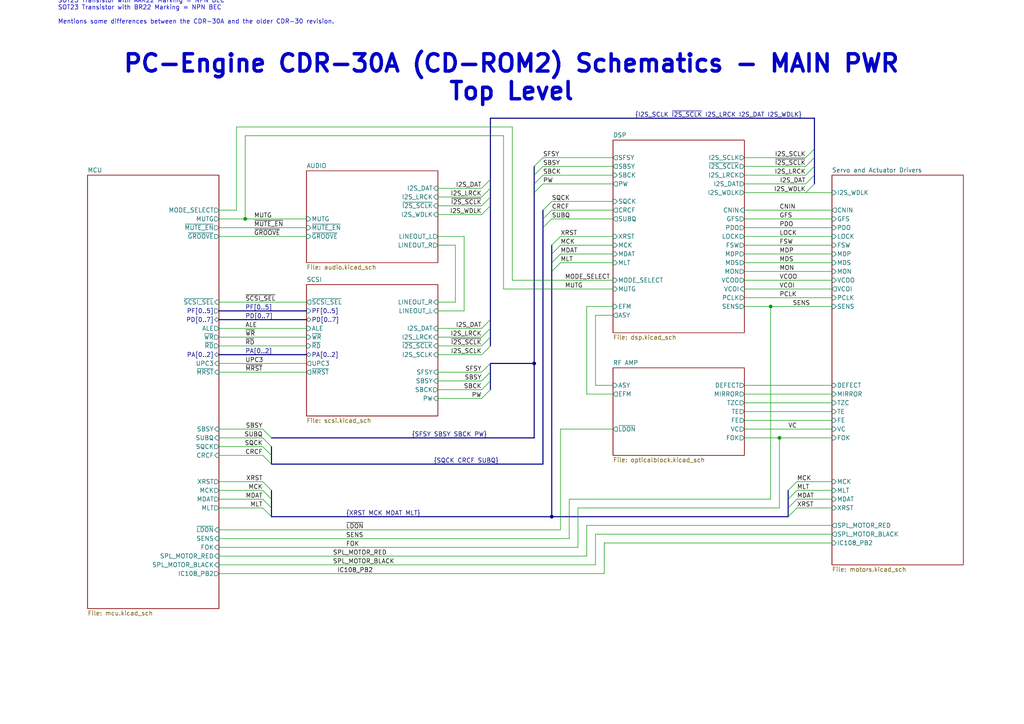
<source format=kicad_sch>
(kicad_sch
	(version 20231120)
	(generator "eeschema")
	(generator_version "8.0")
	(uuid "035ab33a-1caf-4155-b57e-664ce0b37194")
	(paper "A4")
	(title_block
		(title "PC-Engine CDR-30A (CD-ROM2) Schematics - MAIN PWR")
		(date "2024-07-19")
		(rev "0.2")
		(company "Author: Regis Galland")
	)
	(lib_symbols)
	(junction
		(at 226.06 127)
		(diameter 0)
		(color 0 0 0 0)
		(uuid "2c56dddc-6f3c-4eab-9418-37427a056864")
	)
	(junction
		(at 71.12 63.5)
		(diameter 0)
		(color 0 0 0 0)
		(uuid "71566670-2a7c-424d-b9b9-5be40418de61")
	)
	(junction
		(at 154.94 105.41)
		(diameter 0)
		(color 0 0 0 0)
		(uuid "8dded623-d341-4337-850a-d5ef97f6f223")
	)
	(junction
		(at 160.02 149.86)
		(diameter 0)
		(color 0 0 0 0)
		(uuid "9f7aff4b-abc9-45b0-b7e2-930b87010ab1")
	)
	(junction
		(at 223.52 88.9)
		(diameter 0)
		(color 0 0 0 0)
		(uuid "eaa3988f-930f-41a2-91ab-c23ddf62c5a6")
	)
	(bus_entry
		(at 236.22 50.8)
		(size -2.54 2.54)
		(stroke
			(width 0)
			(type default)
		)
		(uuid "16e8685c-6327-4d56-84e6-bb8652de3a2f")
	)
	(bus_entry
		(at 142.24 110.49)
		(size -2.54 2.54)
		(stroke
			(width 0)
			(type default)
		)
		(uuid "1a02cb7f-9387-44b1-8c46-cbdcfb3531b9")
	)
	(bus_entry
		(at 142.24 95.25)
		(size -2.54 2.54)
		(stroke
			(width 0)
			(type default)
		)
		(uuid "21b921bd-ceee-4992-a3b0-dba7ec944800")
	)
	(bus_entry
		(at 154.94 48.26)
		(size 2.54 -2.54)
		(stroke
			(width 0)
			(type default)
		)
		(uuid "259cbff5-2ed5-4454-9983-4a92119c9de4")
	)
	(bus_entry
		(at 236.22 53.34)
		(size -2.54 2.54)
		(stroke
			(width 0)
			(type default)
		)
		(uuid "262db5fd-950b-4565-8b2d-888b402649c1")
	)
	(bus_entry
		(at 142.24 105.41)
		(size -2.54 2.54)
		(stroke
			(width 0)
			(type default)
		)
		(uuid "2a95c46f-158a-4600-9bc7-3f0d67b4ba51")
	)
	(bus_entry
		(at 157.48 60.96)
		(size 2.54 -2.54)
		(stroke
			(width 0)
			(type default)
		)
		(uuid "2ac925be-442a-4c3f-aa75-4726bb214c7a")
	)
	(bus_entry
		(at 228.6 142.24)
		(size 2.54 -2.54)
		(stroke
			(width 0)
			(type default)
		)
		(uuid "2c311ebd-f0fd-436f-bae6-680daf4d57a1")
	)
	(bus_entry
		(at 236.22 43.18)
		(size -2.54 2.54)
		(stroke
			(width 0)
			(type default)
		)
		(uuid "2e9fbc90-7760-4533-afe6-d87d81277050")
	)
	(bus_entry
		(at 236.22 48.26)
		(size -2.54 2.54)
		(stroke
			(width 0)
			(type default)
		)
		(uuid "3e0475d3-c9bb-48ee-98a7-3eba4a278cb0")
	)
	(bus_entry
		(at 228.6 147.32)
		(size 2.54 -2.54)
		(stroke
			(width 0)
			(type default)
		)
		(uuid "3f7b8b5f-4c48-42eb-b589-11d334f7c09e")
	)
	(bus_entry
		(at 160.02 73.66)
		(size 2.54 -2.54)
		(stroke
			(width 0)
			(type default)
		)
		(uuid "563013fb-399b-4fa6-bad0-291eb3479d66")
	)
	(bus_entry
		(at 142.24 97.79)
		(size -2.54 2.54)
		(stroke
			(width 0)
			(type default)
		)
		(uuid "566ce099-7cd3-4aa5-92b3-02dc72992e12")
	)
	(bus_entry
		(at 78.74 149.86)
		(size -2.54 -2.54)
		(stroke
			(width 0)
			(type default)
		)
		(uuid "58e9c21c-e1eb-47f0-8868-d7bb88bcc85f")
	)
	(bus_entry
		(at 142.24 92.71)
		(size -2.54 2.54)
		(stroke
			(width 0)
			(type default)
		)
		(uuid "5b1eb2f4-7faa-453c-902c-0fa47ff1133a")
	)
	(bus_entry
		(at 142.24 59.69)
		(size -2.54 2.54)
		(stroke
			(width 0)
			(type default)
		)
		(uuid "5f4ba22b-db38-4951-aae2-49a35d345b33")
	)
	(bus_entry
		(at 78.74 144.78)
		(size -2.54 -2.54)
		(stroke
			(width 0)
			(type default)
		)
		(uuid "68028cf0-61ed-4ca5-af89-b03834d54f86")
	)
	(bus_entry
		(at 142.24 100.33)
		(size -2.54 2.54)
		(stroke
			(width 0)
			(type default)
		)
		(uuid "729dcf32-97e2-49fa-8f93-99af1f91ea71")
	)
	(bus_entry
		(at 142.24 54.61)
		(size -2.54 2.54)
		(stroke
			(width 0)
			(type default)
		)
		(uuid "744e152c-73d7-4c2f-9cbc-8832535bdafb")
	)
	(bus_entry
		(at 154.94 55.88)
		(size 2.54 -2.54)
		(stroke
			(width 0)
			(type default)
		)
		(uuid "78c2c4cb-9392-489b-9d34-6ff3710d83c5")
	)
	(bus_entry
		(at 142.24 57.15)
		(size -2.54 2.54)
		(stroke
			(width 0)
			(type default)
		)
		(uuid "7cd15fec-b75a-428e-919b-11709e5a324a")
	)
	(bus_entry
		(at 157.48 66.04)
		(size 2.54 -2.54)
		(stroke
			(width 0)
			(type default)
		)
		(uuid "7e1dbda0-6e3f-4070-9c2a-1a6901ebdf82")
	)
	(bus_entry
		(at 160.02 71.12)
		(size 2.54 -2.54)
		(stroke
			(width 0)
			(type default)
		)
		(uuid "7f5a0268-30bb-4457-a035-7478579931a2")
	)
	(bus_entry
		(at 78.74 134.62)
		(size -2.54 -2.54)
		(stroke
			(width 0)
			(type default)
		)
		(uuid "807fdeb5-7523-44b9-9513-9a50e13f9763")
	)
	(bus_entry
		(at 78.74 129.54)
		(size -2.54 -2.54)
		(stroke
			(width 0)
			(type default)
		)
		(uuid "81985497-cd66-4be8-afbd-aa23b34207dc")
	)
	(bus_entry
		(at 78.74 132.08)
		(size -2.54 -2.54)
		(stroke
			(width 0)
			(type default)
		)
		(uuid "83120397-eccc-486d-aa65-1abe710451fd")
	)
	(bus_entry
		(at 228.6 144.78)
		(size 2.54 -2.54)
		(stroke
			(width 0)
			(type default)
		)
		(uuid "83c89a87-a5d4-4f0d-ad1a-757b4c4438a7")
	)
	(bus_entry
		(at 78.74 147.32)
		(size -2.54 -2.54)
		(stroke
			(width 0)
			(type default)
		)
		(uuid "8524006b-02c4-4701-be6f-5b9b4c64c7c8")
	)
	(bus_entry
		(at 78.74 142.24)
		(size -2.54 -2.54)
		(stroke
			(width 0)
			(type default)
		)
		(uuid "87edb0be-f406-45df-98c1-917e160c5cbc")
	)
	(bus_entry
		(at 154.94 53.34)
		(size 2.54 -2.54)
		(stroke
			(width 0)
			(type default)
		)
		(uuid "8a733cae-935e-4fea-b338-b753fee47add")
	)
	(bus_entry
		(at 142.24 107.95)
		(size -2.54 2.54)
		(stroke
			(width 0)
			(type default)
		)
		(uuid "8b7ca9d2-a4a2-4c1f-878f-98da87682d0d")
	)
	(bus_entry
		(at 154.94 50.8)
		(size 2.54 -2.54)
		(stroke
			(width 0)
			(type default)
		)
		(uuid "902b2baa-ec40-495f-8992-17df68894d19")
	)
	(bus_entry
		(at 228.6 149.86)
		(size 2.54 -2.54)
		(stroke
			(width 0)
			(type default)
		)
		(uuid "99eb00d9-2293-4047-9fe4-ab0e61afeb2a")
	)
	(bus_entry
		(at 157.48 63.5)
		(size 2.54 -2.54)
		(stroke
			(width 0)
			(type default)
		)
		(uuid "acc8c56c-b795-4157-ad68-9b0d0460a267")
	)
	(bus_entry
		(at 160.02 78.74)
		(size 2.54 -2.54)
		(stroke
			(width 0)
			(type default)
		)
		(uuid "b1e61915-0c64-47c9-a762-3b0ddfaae551")
	)
	(bus_entry
		(at 142.24 113.03)
		(size -2.54 2.54)
		(stroke
			(width 0)
			(type default)
		)
		(uuid "cb270e4e-0c27-449a-be53-70390b71ef41")
	)
	(bus_entry
		(at 76.2 124.46)
		(size 2.54 2.54)
		(stroke
			(width 0)
			(type default)
		)
		(uuid "df49b18c-d66b-424c-8e63-b72831ec7bd8")
	)
	(bus_entry
		(at 160.02 76.2)
		(size 2.54 -2.54)
		(stroke
			(width 0)
			(type default)
		)
		(uuid "e28927a7-15c8-412d-9878-401dfbdb622e")
	)
	(bus_entry
		(at 142.24 52.07)
		(size -2.54 2.54)
		(stroke
			(width 0)
			(type default)
		)
		(uuid "e2e64e80-f479-4b1b-8489-10594f270c64")
	)
	(bus_entry
		(at 236.22 45.72)
		(size -2.54 2.54)
		(stroke
			(width 0)
			(type default)
		)
		(uuid "f0fdc2e7-9bb1-4d10-9d41-92fe30b1591d")
	)
	(wire
		(pts
			(xy 134.62 90.17) (xy 127 90.17)
		)
		(stroke
			(width 0)
			(type default)
		)
		(uuid "019c38c8-aaec-4679-938b-3aedca2c14d9")
	)
	(wire
		(pts
			(xy 134.62 68.58) (xy 134.62 90.17)
		)
		(stroke
			(width 0)
			(type default)
		)
		(uuid "01a571de-85db-463f-a253-07c50443f3a0")
	)
	(bus
		(pts
			(xy 63.5 92.71) (xy 88.9 92.71)
		)
		(stroke
			(width 0)
			(type default)
		)
		(uuid "01f48d41-7be6-4584-a38d-d06faf481621")
	)
	(wire
		(pts
			(xy 63.5 97.79) (xy 88.9 97.79)
		)
		(stroke
			(width 0)
			(type default)
		)
		(uuid "01fd8acd-4d1e-4b8b-b94b-3baecb3fa377")
	)
	(wire
		(pts
			(xy 127 87.63) (xy 132.08 87.63)
		)
		(stroke
			(width 0)
			(type default)
		)
		(uuid "02d155c5-a570-4f78-8e66-14ee870f0d53")
	)
	(wire
		(pts
			(xy 139.7 113.03) (xy 127 113.03)
		)
		(stroke
			(width 0)
			(type default)
		)
		(uuid "0610c10e-25ab-4f17-82aa-eef28dca6f27")
	)
	(wire
		(pts
			(xy 162.56 124.46) (xy 177.8 124.46)
		)
		(stroke
			(width 0)
			(type default)
		)
		(uuid "0729802f-3201-4c07-9044-6e0082a955da")
	)
	(wire
		(pts
			(xy 88.9 68.58) (xy 63.5 68.58)
		)
		(stroke
			(width 0)
			(type default)
		)
		(uuid "0769768a-1356-49e1-b716-9cc5fdd71887")
	)
	(wire
		(pts
			(xy 63.5 66.04) (xy 88.9 66.04)
		)
		(stroke
			(width 0)
			(type default)
		)
		(uuid "08cf13ec-bfb8-4dad-8c34-1a1746529524")
	)
	(wire
		(pts
			(xy 160.02 63.5) (xy 177.8 63.5)
		)
		(stroke
			(width 0)
			(type default)
		)
		(uuid "097b462c-c0db-4ff9-97f0-effda18befbb")
	)
	(wire
		(pts
			(xy 165.1 144.78) (xy 223.52 144.78)
		)
		(stroke
			(width 0)
			(type default)
		)
		(uuid "09fd41cd-7edd-4e1c-aa1e-b70a3c5d1988")
	)
	(bus
		(pts
			(xy 236.22 53.34) (xy 236.22 50.8)
		)
		(stroke
			(width 0)
			(type default)
		)
		(uuid "0bf98b9f-bfe8-4e5f-becc-2f757007f992")
	)
	(bus
		(pts
			(xy 154.94 105.41) (xy 154.94 127)
		)
		(stroke
			(width 0)
			(type default)
		)
		(uuid "0c6a5169-bb75-4fe0-b083-e0310eb66e6b")
	)
	(wire
		(pts
			(xy 215.9 45.72) (xy 233.68 45.72)
		)
		(stroke
			(width 0)
			(type default)
		)
		(uuid "0d7f3c8c-7ab9-44a6-9add-f25042b5320d")
	)
	(wire
		(pts
			(xy 215.9 50.8) (xy 233.68 50.8)
		)
		(stroke
			(width 0)
			(type default)
		)
		(uuid "11f40584-5159-4f25-b1e1-9690bf36f3bb")
	)
	(wire
		(pts
			(xy 127 54.61) (xy 139.7 54.61)
		)
		(stroke
			(width 0)
			(type default)
		)
		(uuid "134e3f8d-f542-4af6-a206-1489944490f1")
	)
	(wire
		(pts
			(xy 215.9 81.28) (xy 241.3 81.28)
		)
		(stroke
			(width 0)
			(type default)
		)
		(uuid "1634897c-c89b-413d-ac0d-a4bb09d10619")
	)
	(bus
		(pts
			(xy 142.24 34.29) (xy 236.22 34.29)
		)
		(stroke
			(width 0)
			(type default)
		)
		(uuid "1a4657e7-09e7-41f5-96c9-69c83b1c8df8")
	)
	(wire
		(pts
			(xy 177.8 45.72) (xy 157.48 45.72)
		)
		(stroke
			(width 0)
			(type default)
		)
		(uuid "1a73b98b-6177-435c-a23d-10ee3bcf6627")
	)
	(wire
		(pts
			(xy 63.5 153.67) (xy 162.56 153.67)
		)
		(stroke
			(width 0)
			(type default)
		)
		(uuid "1e3b2a5d-0337-4bc3-bc4a-cc951bdfa3e1")
	)
	(wire
		(pts
			(xy 223.52 88.9) (xy 223.52 144.78)
		)
		(stroke
			(width 0)
			(type default)
		)
		(uuid "1eb87f05-3bd4-4947-94a2-8cc636937226")
	)
	(wire
		(pts
			(xy 63.5 105.41) (xy 88.9 105.41)
		)
		(stroke
			(width 0)
			(type default)
		)
		(uuid "22e8235a-68d2-4158-a9e4-7b81c5965599")
	)
	(wire
		(pts
			(xy 139.7 100.33) (xy 127 100.33)
		)
		(stroke
			(width 0)
			(type default)
		)
		(uuid "2419977e-9078-4e13-b08b-b5a583da73fc")
	)
	(wire
		(pts
			(xy 231.14 142.24) (xy 241.3 142.24)
		)
		(stroke
			(width 0)
			(type default)
		)
		(uuid "26b12ff8-08bc-4696-8981-91230c5be4e9")
	)
	(wire
		(pts
			(xy 76.2 144.78) (xy 63.5 144.78)
		)
		(stroke
			(width 0)
			(type default)
		)
		(uuid "291ad8ad-2d77-4a7e-9e64-04627680c5c6")
	)
	(bus
		(pts
			(xy 228.6 149.86) (xy 228.6 147.32)
		)
		(stroke
			(width 0)
			(type default)
		)
		(uuid "2968419b-daa6-4a1c-9669-34d8652ad757")
	)
	(wire
		(pts
			(xy 215.9 48.26) (xy 233.68 48.26)
		)
		(stroke
			(width 0)
			(type default)
		)
		(uuid "2cd8c712-08d9-4d4c-a0dc-05e72de670a4")
	)
	(wire
		(pts
			(xy 231.14 144.78) (xy 241.3 144.78)
		)
		(stroke
			(width 0)
			(type default)
		)
		(uuid "30835dba-5d23-4682-afe9-957dbd00b4f2")
	)
	(wire
		(pts
			(xy 162.56 68.58) (xy 177.8 68.58)
		)
		(stroke
			(width 0)
			(type default)
		)
		(uuid "333fd637-c456-4085-a6a5-e05bb7e528d9")
	)
	(wire
		(pts
			(xy 215.9 114.3) (xy 241.3 114.3)
		)
		(stroke
			(width 0)
			(type default)
		)
		(uuid "33d4451c-35f8-4911-836e-8c9a1b704f3f")
	)
	(wire
		(pts
			(xy 233.68 55.88) (xy 241.3 55.88)
		)
		(stroke
			(width 0)
			(type default)
		)
		(uuid "345f19ac-51a8-476c-83d3-89cda8ab1868")
	)
	(bus
		(pts
			(xy 78.74 142.24) (xy 78.74 144.78)
		)
		(stroke
			(width 0)
			(type default)
		)
		(uuid "35a148de-6095-4836-a2f6-b743dae6c7c9")
	)
	(wire
		(pts
			(xy 63.5 158.75) (xy 167.64 158.75)
		)
		(stroke
			(width 0)
			(type default)
		)
		(uuid "3636e9bc-464c-47bc-a84b-4df3a1d1479e")
	)
	(wire
		(pts
			(xy 146.05 39.37) (xy 71.12 39.37)
		)
		(stroke
			(width 0)
			(type default)
		)
		(uuid "36992204-f89d-438b-91de-b51835d328e2")
	)
	(bus
		(pts
			(xy 63.5 102.87) (xy 88.9 102.87)
		)
		(stroke
			(width 0)
			(type default)
		)
		(uuid "44ba76f7-aa78-4a4d-bd14-6e1269e1a5dc")
	)
	(wire
		(pts
			(xy 177.8 91.44) (xy 172.72 91.44)
		)
		(stroke
			(width 0)
			(type default)
		)
		(uuid "44f7aabe-e4dc-427c-990e-06d894038b4b")
	)
	(wire
		(pts
			(xy 162.56 76.2) (xy 177.8 76.2)
		)
		(stroke
			(width 0)
			(type default)
		)
		(uuid "47da27f8-fdb2-47db-8051-64c654e96a96")
	)
	(wire
		(pts
			(xy 139.7 110.49) (xy 127 110.49)
		)
		(stroke
			(width 0)
			(type default)
		)
		(uuid "483d0535-ddaa-40cc-a2ac-2f5f301dc4c6")
	)
	(wire
		(pts
			(xy 223.52 88.9) (xy 241.3 88.9)
		)
		(stroke
			(width 0)
			(type default)
		)
		(uuid "4a7a0b13-757e-4261-aff1-77f6995eab8f")
	)
	(wire
		(pts
			(xy 63.5 100.33) (xy 88.9 100.33)
		)
		(stroke
			(width 0)
			(type default)
		)
		(uuid "4b4daaaf-3074-43cf-9e7f-69f3df33f6f3")
	)
	(bus
		(pts
			(xy 78.74 147.32) (xy 78.74 149.86)
		)
		(stroke
			(width 0)
			(type default)
		)
		(uuid "4da39ab1-2cd5-45d1-8b58-a17679402a23")
	)
	(wire
		(pts
			(xy 175.26 157.48) (xy 175.26 166.37)
		)
		(stroke
			(width 0)
			(type default)
		)
		(uuid "4f7af869-3a06-4d71-92cd-8415ba1b6c2b")
	)
	(wire
		(pts
			(xy 127 107.95) (xy 139.7 107.95)
		)
		(stroke
			(width 0)
			(type default)
		)
		(uuid "51ccf39c-48b3-4a58-ae25-57a7645c09a7")
	)
	(bus
		(pts
			(xy 142.24 59.69) (xy 142.24 57.15)
		)
		(stroke
			(width 0)
			(type default)
		)
		(uuid "55f15b5d-14d3-411e-a8d5-6183393db585")
	)
	(wire
		(pts
			(xy 76.2 129.54) (xy 63.5 129.54)
		)
		(stroke
			(width 0)
			(type default)
		)
		(uuid "56185163-28d6-4b4a-994e-c822e4b692c0")
	)
	(bus
		(pts
			(xy 78.74 144.78) (xy 78.74 147.32)
		)
		(stroke
			(width 0)
			(type default)
		)
		(uuid "5680d2cc-7ce6-4eae-b808-577f21640226")
	)
	(bus
		(pts
			(xy 142.24 105.41) (xy 154.94 105.41)
		)
		(stroke
			(width 0)
			(type default)
		)
		(uuid "56a02bd3-d3c8-479e-b4c4-066b92630d9c")
	)
	(wire
		(pts
			(xy 68.58 36.83) (xy 68.58 60.96)
		)
		(stroke
			(width 0)
			(type default)
		)
		(uuid "56fc01e5-af64-428b-a013-7b543bda53d9")
	)
	(bus
		(pts
			(xy 160.02 71.12) (xy 160.02 73.66)
		)
		(stroke
			(width 0)
			(type default)
		)
		(uuid "575f9f00-84c1-4b79-9af0-035b787ae729")
	)
	(wire
		(pts
			(xy 167.64 147.32) (xy 226.06 147.32)
		)
		(stroke
			(width 0)
			(type default)
		)
		(uuid "58f592f1-02d2-43f9-9470-715c7db7ad99")
	)
	(wire
		(pts
			(xy 241.3 86.36) (xy 215.9 86.36)
		)
		(stroke
			(width 0)
			(type default)
		)
		(uuid "5ad983a0-3def-476e-bf4b-cd0e524b4957")
	)
	(bus
		(pts
			(xy 157.48 63.5) (xy 157.48 66.04)
		)
		(stroke
			(width 0)
			(type default)
		)
		(uuid "5c3d0d13-e4d0-4896-8c73-523cd81d3365")
	)
	(wire
		(pts
			(xy 215.9 60.96) (xy 241.3 60.96)
		)
		(stroke
			(width 0)
			(type default)
		)
		(uuid "5fb1bcf7-8b9b-41ca-bd7c-5e8b86dbbeb6")
	)
	(bus
		(pts
			(xy 236.22 50.8) (xy 236.22 48.26)
		)
		(stroke
			(width 0)
			(type default)
		)
		(uuid "60ba8aa5-2688-4c48-908e-22c2604b5a66")
	)
	(wire
		(pts
			(xy 175.26 166.37) (xy 63.5 166.37)
		)
		(stroke
			(width 0)
			(type default)
		)
		(uuid "636022a3-427c-48f4-b635-cd17493cd7cb")
	)
	(wire
		(pts
			(xy 215.9 121.92) (xy 241.3 121.92)
		)
		(stroke
			(width 0)
			(type default)
		)
		(uuid "67f927c3-da86-46fc-8459-7707186c9493")
	)
	(wire
		(pts
			(xy 76.2 142.24) (xy 63.5 142.24)
		)
		(stroke
			(width 0)
			(type default)
		)
		(uuid "684df42f-051a-4747-a17b-138ab1bff087")
	)
	(bus
		(pts
			(xy 154.94 48.26) (xy 154.94 50.8)
		)
		(stroke
			(width 0)
			(type default)
		)
		(uuid "68fe708e-eb6d-420b-8ddd-b4eed04c5ff2")
	)
	(wire
		(pts
			(xy 63.5 95.25) (xy 88.9 95.25)
		)
		(stroke
			(width 0)
			(type default)
		)
		(uuid "6947e3d6-d540-4ecc-b84c-d137b4f498a4")
	)
	(bus
		(pts
			(xy 142.24 54.61) (xy 142.24 57.15)
		)
		(stroke
			(width 0)
			(type default)
		)
		(uuid "6c9c7148-d31c-490f-94f6-92def6478fce")
	)
	(wire
		(pts
			(xy 132.08 87.63) (xy 132.08 71.12)
		)
		(stroke
			(width 0)
			(type default)
		)
		(uuid "6df22a5c-a312-4be1-aa00-a066eabe0d62")
	)
	(bus
		(pts
			(xy 228.6 144.78) (xy 228.6 147.32)
		)
		(stroke
			(width 0)
			(type default)
		)
		(uuid "6f617631-9366-4f63-a93d-436a9c806eba")
	)
	(wire
		(pts
			(xy 226.06 127) (xy 241.3 127)
		)
		(stroke
			(width 0)
			(type default)
		)
		(uuid "71dc498c-e4d7-416c-9e8a-084782ac021b")
	)
	(wire
		(pts
			(xy 148.59 81.28) (xy 177.8 81.28)
		)
		(stroke
			(width 0)
			(type default)
		)
		(uuid "734226d5-ba43-4f06-84f4-e7e048ec3520")
	)
	(wire
		(pts
			(xy 71.12 63.5) (xy 88.9 63.5)
		)
		(stroke
			(width 0)
			(type default)
		)
		(uuid "7396c480-c9a4-4197-9c3c-05dd778c605e")
	)
	(bus
		(pts
			(xy 160.02 78.74) (xy 160.02 76.2)
		)
		(stroke
			(width 0)
			(type default)
		)
		(uuid "756d90a3-6ac5-4fb4-aa33-d56821b3d06b")
	)
	(bus
		(pts
			(xy 236.22 43.18) (xy 236.22 34.29)
		)
		(stroke
			(width 0)
			(type default)
		)
		(uuid "78732e53-7c8a-4749-9b0e-b591a99c9de2")
	)
	(wire
		(pts
			(xy 172.72 154.94) (xy 172.72 163.83)
		)
		(stroke
			(width 0)
			(type default)
		)
		(uuid "7905f193-1182-4e81-86ca-122e0dab4749")
	)
	(wire
		(pts
			(xy 215.9 127) (xy 226.06 127)
		)
		(stroke
			(width 0)
			(type default)
		)
		(uuid "7cb6140e-9995-471d-b84c-d22e067ef696")
	)
	(wire
		(pts
			(xy 71.12 39.37) (xy 71.12 63.5)
		)
		(stroke
			(width 0)
			(type default)
		)
		(uuid "7f14b022-622b-4187-a757-1d767ce7c5c4")
	)
	(wire
		(pts
			(xy 76.2 139.7) (xy 63.5 139.7)
		)
		(stroke
			(width 0)
			(type default)
		)
		(uuid "81427af8-497f-4fec-ba1b-88a17b2e49af")
	)
	(wire
		(pts
			(xy 215.9 68.58) (xy 241.3 68.58)
		)
		(stroke
			(width 0)
			(type default)
		)
		(uuid "87808b15-db85-4c92-8b37-134b155ead05")
	)
	(wire
		(pts
			(xy 172.72 163.83) (xy 63.5 163.83)
		)
		(stroke
			(width 0)
			(type default)
		)
		(uuid "89d9a327-24c1-45a0-9138-51b6e91cca75")
	)
	(wire
		(pts
			(xy 170.18 161.29) (xy 170.18 152.4)
		)
		(stroke
			(width 0)
			(type default)
		)
		(uuid "8a30e059-cb86-4fe1-be60-63b808f2766e")
	)
	(wire
		(pts
			(xy 68.58 60.96) (xy 63.5 60.96)
		)
		(stroke
			(width 0)
			(type default)
		)
		(uuid "8b0ebf98-1ac0-4664-b02c-e6eccd70b028")
	)
	(bus
		(pts
			(xy 236.22 45.72) (xy 236.22 43.18)
		)
		(stroke
			(width 0)
			(type default)
		)
		(uuid "8b30722b-e497-4253-ad33-6e976ee15948")
	)
	(wire
		(pts
			(xy 157.48 48.26) (xy 177.8 48.26)
		)
		(stroke
			(width 0)
			(type default)
		)
		(uuid "8b51716c-d707-4077-9f2c-12f4e8933573")
	)
	(bus
		(pts
			(xy 228.6 142.24) (xy 228.6 144.78)
		)
		(stroke
			(width 0)
			(type default)
		)
		(uuid "8c761859-9c64-4d14-a8f9-8fb0cb99e890")
	)
	(wire
		(pts
			(xy 172.72 111.76) (xy 177.8 111.76)
		)
		(stroke
			(width 0)
			(type default)
		)
		(uuid "8e4d4bf5-c51d-438b-8d76-8bdcb28c2477")
	)
	(wire
		(pts
			(xy 76.2 132.08) (xy 63.5 132.08)
		)
		(stroke
			(width 0)
			(type default)
		)
		(uuid "8e7be8c5-9f57-412a-941c-d6b0a5550040")
	)
	(wire
		(pts
			(xy 226.06 147.32) (xy 226.06 127)
		)
		(stroke
			(width 0)
			(type default)
		)
		(uuid "91b3e358-1f2f-4078-a9fc-154a8fd9af35")
	)
	(wire
		(pts
			(xy 177.8 88.9) (xy 170.18 88.9)
		)
		(stroke
			(width 0)
			(type default)
		)
		(uuid "9264b509-1c01-43b7-a3cf-a3e091ab2d50")
	)
	(bus
		(pts
			(xy 154.94 55.88) (xy 154.94 105.41)
		)
		(stroke
			(width 0)
			(type default)
		)
		(uuid "930ce8c4-96d0-4634-919f-b91f21bb56f2")
	)
	(wire
		(pts
			(xy 165.1 156.21) (xy 165.1 144.78)
		)
		(stroke
			(width 0)
			(type default)
		)
		(uuid "93ec88ad-0569-4e62-9096-4f485a253b72")
	)
	(bus
		(pts
			(xy 154.94 50.8) (xy 154.94 53.34)
		)
		(stroke
			(width 0)
			(type default)
		)
		(uuid "94aec8c6-a563-4986-a269-853fefa4b86f")
	)
	(wire
		(pts
			(xy 139.7 59.69) (xy 127 59.69)
		)
		(stroke
			(width 0)
			(type default)
		)
		(uuid "94e650d8-3910-43ae-9874-62b546803e36")
	)
	(wire
		(pts
			(xy 132.08 71.12) (xy 127 71.12)
		)
		(stroke
			(width 0)
			(type default)
		)
		(uuid "95d0eb51-165e-4ffc-accf-0810499eb8b9")
	)
	(wire
		(pts
			(xy 172.72 91.44) (xy 172.72 111.76)
		)
		(stroke
			(width 0)
			(type default)
		)
		(uuid "9bd37d5e-2d69-4347-9b00-c9cc5b706bc3")
	)
	(wire
		(pts
			(xy 215.9 63.5) (xy 241.3 63.5)
		)
		(stroke
			(width 0)
			(type default)
		)
		(uuid "9c16c3bb-3cb5-4009-a63a-1971b17814f2")
	)
	(wire
		(pts
			(xy 160.02 58.42) (xy 177.8 58.42)
		)
		(stroke
			(width 0)
			(type default)
		)
		(uuid "9e625dec-0fa5-4359-b664-d8019aa90f7c")
	)
	(bus
		(pts
			(xy 142.24 113.03) (xy 142.24 110.49)
		)
		(stroke
			(width 0)
			(type default)
		)
		(uuid "a105c195-abac-4aa0-97dc-7ece98ed40e8")
	)
	(wire
		(pts
			(xy 215.9 55.88) (xy 233.68 55.88)
		)
		(stroke
			(width 0)
			(type default)
		)
		(uuid "a27910ca-d9da-44bd-8da6-a8a437c8b17e")
	)
	(wire
		(pts
			(xy 63.5 63.5) (xy 71.12 63.5)
		)
		(stroke
			(width 0)
			(type default)
		)
		(uuid "a3e610a4-e9a3-40cc-a893-ac67b3267418")
	)
	(bus
		(pts
			(xy 142.24 59.69) (xy 142.24 92.71)
		)
		(stroke
			(width 0)
			(type default)
		)
		(uuid "a44ca8ad-6714-41eb-a502-8299a09a5dc4")
	)
	(wire
		(pts
			(xy 127 68.58) (xy 134.62 68.58)
		)
		(stroke
			(width 0)
			(type default)
		)
		(uuid "a4b8727c-5cee-4393-85bd-822dc39988c2")
	)
	(wire
		(pts
			(xy 233.68 53.34) (xy 215.9 53.34)
		)
		(stroke
			(width 0)
			(type default)
		)
		(uuid "a669ffdd-3d8e-410f-8ada-73fb4e9c4b43")
	)
	(bus
		(pts
			(xy 78.74 134.62) (xy 157.48 134.62)
		)
		(stroke
			(width 0)
			(type default)
		)
		(uuid "a9166046-e8d2-4614-8e60-9d965c96d8bf")
	)
	(bus
		(pts
			(xy 142.24 107.95) (xy 142.24 105.41)
		)
		(stroke
			(width 0)
			(type default)
		)
		(uuid "a931dee2-51e5-4dbb-8053-0315cd80efe2")
	)
	(wire
		(pts
			(xy 170.18 152.4) (xy 241.3 152.4)
		)
		(stroke
			(width 0)
			(type default)
		)
		(uuid "ad719dbe-ef9c-4bf0-8abf-5c0d245c1d81")
	)
	(wire
		(pts
			(xy 231.14 147.32) (xy 241.3 147.32)
		)
		(stroke
			(width 0)
			(type default)
		)
		(uuid "ad9afb54-5ce3-4c84-a30c-6bda7e18fb93")
	)
	(wire
		(pts
			(xy 127 57.15) (xy 139.7 57.15)
		)
		(stroke
			(width 0)
			(type default)
		)
		(uuid "aecba2ea-f07b-4be3-b539-4124179940da")
	)
	(wire
		(pts
			(xy 215.9 83.82) (xy 241.3 83.82)
		)
		(stroke
			(width 0)
			(type default)
		)
		(uuid "affd48a0-644c-4655-a6ac-4009e0a0dc7c")
	)
	(wire
		(pts
			(xy 175.26 157.48) (xy 241.3 157.48)
		)
		(stroke
			(width 0)
			(type default)
		)
		(uuid "b06e2c4d-7f82-43d1-b353-7ebcde9a30f9")
	)
	(wire
		(pts
			(xy 63.5 161.29) (xy 170.18 161.29)
		)
		(stroke
			(width 0)
			(type default)
		)
		(uuid "b0d09c59-9af1-4fcc-9a5c-f3debad4c340")
	)
	(wire
		(pts
			(xy 215.9 66.04) (xy 241.3 66.04)
		)
		(stroke
			(width 0)
			(type default)
		)
		(uuid "b1225a97-d896-453a-bcfa-c941f398ee5b")
	)
	(wire
		(pts
			(xy 157.48 53.34) (xy 177.8 53.34)
		)
		(stroke
			(width 0)
			(type default)
		)
		(uuid "b3b4cc12-9122-4508-8e89-fd870f447613")
	)
	(wire
		(pts
			(xy 146.05 83.82) (xy 146.05 39.37)
		)
		(stroke
			(width 0)
			(type default)
		)
		(uuid "b66effe4-7b0d-480b-b4ca-995e83c87e85")
	)
	(wire
		(pts
			(xy 127 62.23) (xy 139.7 62.23)
		)
		(stroke
			(width 0)
			(type default)
		)
		(uuid "b693e2b8-964c-4ffb-a0fd-b6873ce20245")
	)
	(wire
		(pts
			(xy 215.9 88.9) (xy 223.52 88.9)
		)
		(stroke
			(width 0)
			(type default)
		)
		(uuid "b6b92f97-0ab2-4ba8-a9e1-06919f489b4e")
	)
	(wire
		(pts
			(xy 157.48 50.8) (xy 177.8 50.8)
		)
		(stroke
			(width 0)
			(type default)
		)
		(uuid "b797a909-a67d-4ff1-8c86-e791f6bdd3e2")
	)
	(wire
		(pts
			(xy 231.14 139.7) (xy 241.3 139.7)
		)
		(stroke
			(width 0)
			(type default)
		)
		(uuid "b7cde906-3751-4ac5-8d04-0e18d35c76ca")
	)
	(wire
		(pts
			(xy 162.56 153.67) (xy 162.56 124.46)
		)
		(stroke
			(width 0)
			(type default)
		)
		(uuid "b8d8db1d-fe61-4e49-b3b4-34b18da8ea0d")
	)
	(bus
		(pts
			(xy 63.5 90.17) (xy 88.9 90.17)
		)
		(stroke
			(width 0)
			(type default)
		)
		(uuid "b9d6e4a6-0b00-4f14-a902-077c3fde9e71")
	)
	(bus
		(pts
			(xy 78.74 127) (xy 154.94 127)
		)
		(stroke
			(width 0)
			(type default)
		)
		(uuid "baedf130-6321-43a4-8d5c-7ed58612d8b6")
	)
	(wire
		(pts
			(xy 167.64 158.75) (xy 167.64 147.32)
		)
		(stroke
			(width 0)
			(type default)
		)
		(uuid "bb594dba-b642-4af9-b1bc-85cbd6a70156")
	)
	(bus
		(pts
			(xy 142.24 52.07) (xy 142.24 54.61)
		)
		(stroke
			(width 0)
			(type default)
		)
		(uuid "bf13cc3c-506a-4f2e-bbad-868386ac6c6b")
	)
	(wire
		(pts
			(xy 215.9 116.84) (xy 241.3 116.84)
		)
		(stroke
			(width 0)
			(type default)
		)
		(uuid "bff05d85-2b76-4ba4-bbd7-12ee9a87156d")
	)
	(wire
		(pts
			(xy 241.3 154.94) (xy 172.72 154.94)
		)
		(stroke
			(width 0)
			(type default)
		)
		(uuid "c02a6bcb-346d-4fc1-91ff-86e8b60feb4e")
	)
	(wire
		(pts
			(xy 162.56 71.12) (xy 177.8 71.12)
		)
		(stroke
			(width 0)
			(type default)
		)
		(uuid "c6031a57-b149-45a5-9e8f-dfee1d532bfb")
	)
	(wire
		(pts
			(xy 215.9 76.2) (xy 241.3 76.2)
		)
		(stroke
			(width 0)
			(type default)
		)
		(uuid "c765235a-f447-437f-99c7-c1888b66a3cd")
	)
	(bus
		(pts
			(xy 142.24 110.49) (xy 142.24 107.95)
		)
		(stroke
			(width 0)
			(type default)
		)
		(uuid "c766c7e9-1a72-4eb9-ae23-01401792fadf")
	)
	(bus
		(pts
			(xy 78.74 129.54) (xy 78.74 132.08)
		)
		(stroke
			(width 0)
			(type default)
		)
		(uuid "c9d98c4e-585f-40b3-b79b-526a58b469da")
	)
	(wire
		(pts
			(xy 170.18 114.3) (xy 177.8 114.3)
		)
		(stroke
			(width 0)
			(type default)
		)
		(uuid "cb2c708a-9178-4e55-91b7-64d8bce48aa2")
	)
	(bus
		(pts
			(xy 157.48 60.96) (xy 157.48 63.5)
		)
		(stroke
			(width 0)
			(type default)
		)
		(uuid "cba85b25-85d8-4234-a81f-510d69c158ab")
	)
	(bus
		(pts
			(xy 154.94 53.34) (xy 154.94 55.88)
		)
		(stroke
			(width 0)
			(type default)
		)
		(uuid "d016fffa-5891-41a7-aee1-6e0e3b9cb7be")
	)
	(wire
		(pts
			(xy 215.9 78.74) (xy 241.3 78.74)
		)
		(stroke
			(width 0)
			(type default)
		)
		(uuid "d11afe6f-ad90-4b6d-8375-bb8e206fe44e")
	)
	(wire
		(pts
			(xy 148.59 36.83) (xy 68.58 36.83)
		)
		(stroke
			(width 0)
			(type default)
		)
		(uuid "d199d8d7-2ea6-45cb-9628-a05f93257241")
	)
	(wire
		(pts
			(xy 63.5 107.95) (xy 88.9 107.95)
		)
		(stroke
			(width 0)
			(type default)
		)
		(uuid "d296291b-ef7a-40d8-a774-b91f1108b35e")
	)
	(wire
		(pts
			(xy 162.56 73.66) (xy 177.8 73.66)
		)
		(stroke
			(width 0)
			(type default)
		)
		(uuid "d71b46c9-2cbe-4fdb-842f-6c9a8ea79ba3")
	)
	(bus
		(pts
			(xy 142.24 100.33) (xy 142.24 97.79)
		)
		(stroke
			(width 0)
			(type default)
		)
		(uuid "dad67a93-f80d-4183-a2b1-04cbe509bcdd")
	)
	(bus
		(pts
			(xy 142.24 97.79) (xy 142.24 95.25)
		)
		(stroke
			(width 0)
			(type default)
		)
		(uuid "def541d3-79a5-47b0-b54d-a2ba12301062")
	)
	(wire
		(pts
			(xy 170.18 88.9) (xy 170.18 114.3)
		)
		(stroke
			(width 0)
			(type default)
		)
		(uuid "df76b5f3-2728-44f9-a22a-a1feb7374ac9")
	)
	(wire
		(pts
			(xy 215.9 111.76) (xy 241.3 111.76)
		)
		(stroke
			(width 0)
			(type default)
		)
		(uuid "dfc91445-3877-4b1c-8d5e-4863f3331108")
	)
	(wire
		(pts
			(xy 139.7 115.57) (xy 127 115.57)
		)
		(stroke
			(width 0)
			(type default)
		)
		(uuid "e134e6e9-9525-4ce3-807c-99147277101c")
	)
	(wire
		(pts
			(xy 76.2 147.32) (xy 63.5 147.32)
		)
		(stroke
			(width 0)
			(type default)
		)
		(uuid "e24efb01-2068-4c27-aabf-23140f3c353c")
	)
	(wire
		(pts
			(xy 76.2 127) (xy 63.5 127)
		)
		(stroke
			(width 0)
			(type default)
		)
		(uuid "e6fd9cac-20c6-4c38-a3b5-09e9b3b7d8d6")
	)
	(wire
		(pts
			(xy 148.59 81.28) (xy 148.59 36.83)
		)
		(stroke
			(width 0)
			(type default)
		)
		(uuid "e71eda88-1891-461c-9b64-a47e8c870b3c")
	)
	(bus
		(pts
			(xy 236.22 48.26) (xy 236.22 45.72)
		)
		(stroke
			(width 0)
			(type default)
		)
		(uuid "e735838b-f53a-4a64-b74d-ebbe352e303f")
	)
	(bus
		(pts
			(xy 78.74 149.86) (xy 160.02 149.86)
		)
		(stroke
			(width 0)
			(type default)
		)
		(uuid "e99ef3a0-169b-4482-bcb7-d6face219d5f")
	)
	(bus
		(pts
			(xy 78.74 132.08) (xy 78.74 134.62)
		)
		(stroke
			(width 0)
			(type default)
		)
		(uuid "e9a33b5a-c01a-4196-9e99-621562a20aa9")
	)
	(wire
		(pts
			(xy 215.9 119.38) (xy 241.3 119.38)
		)
		(stroke
			(width 0)
			(type default)
		)
		(uuid "eaabec66-e7cb-410f-84fc-c7b91af33672")
	)
	(wire
		(pts
			(xy 63.5 87.63) (xy 88.9 87.63)
		)
		(stroke
			(width 0)
			(type default)
		)
		(uuid "eade8aa8-577b-4207-947d-27579b93f7d0")
	)
	(bus
		(pts
			(xy 160.02 76.2) (xy 160.02 73.66)
		)
		(stroke
			(width 0)
			(type default)
		)
		(uuid "eb3199e9-e970-43e2-a0ac-ebe0b149ffe1")
	)
	(wire
		(pts
			(xy 215.9 73.66) (xy 241.3 73.66)
		)
		(stroke
			(width 0)
			(type default)
		)
		(uuid "ec66cf16-1730-4b51-bff5-7d15cd9ad2f3")
	)
	(bus
		(pts
			(xy 142.24 52.07) (xy 142.24 34.29)
		)
		(stroke
			(width 0)
			(type default)
		)
		(uuid "f0a58bce-f63f-4610-8f5e-6bda39968ee7")
	)
	(bus
		(pts
			(xy 160.02 78.74) (xy 160.02 149.86)
		)
		(stroke
			(width 0)
			(type default)
		)
		(uuid "f150c415-5e87-4157-82ef-2ece8ecba09b")
	)
	(wire
		(pts
			(xy 127 102.87) (xy 139.7 102.87)
		)
		(stroke
			(width 0)
			(type default)
		)
		(uuid "f2d1816e-4578-4bd4-b160-b76bfae07931")
	)
	(wire
		(pts
			(xy 63.5 124.46) (xy 76.2 124.46)
		)
		(stroke
			(width 0)
			(type default)
		)
		(uuid "f2f44ccb-7ab7-48c0-a7eb-7a0ce1edbf19")
	)
	(wire
		(pts
			(xy 146.05 83.82) (xy 177.8 83.82)
		)
		(stroke
			(width 0)
			(type default)
		)
		(uuid "f326ec2b-62e1-4f82-b595-51b62069b90a")
	)
	(wire
		(pts
			(xy 127 95.25) (xy 139.7 95.25)
		)
		(stroke
			(width 0)
			(type default)
		)
		(uuid "f34d83ec-f629-46d3-beda-a5fa61a049f4")
	)
	(bus
		(pts
			(xy 160.02 149.86) (xy 228.6 149.86)
		)
		(stroke
			(width 0)
			(type default)
		)
		(uuid "f4a67b0f-ad39-4fed-b6f5-c45890199593")
	)
	(bus
		(pts
			(xy 142.24 95.25) (xy 142.24 92.71)
		)
		(stroke
			(width 0)
			(type default)
		)
		(uuid "f51c940c-da8c-48fb-898c-fc49ae5fe6d5")
	)
	(wire
		(pts
			(xy 215.9 71.12) (xy 241.3 71.12)
		)
		(stroke
			(width 0)
			(type default)
		)
		(uuid "f620e5bc-5348-4be1-bed9-891da3a28f29")
	)
	(bus
		(pts
			(xy 157.48 66.04) (xy 157.48 134.62)
		)
		(stroke
			(width 0)
			(type default)
		)
		(uuid "f88e56a4-e907-4650-9a50-388fdf743e54")
	)
	(wire
		(pts
			(xy 215.9 124.46) (xy 241.3 124.46)
		)
		(stroke
			(width 0)
			(type default)
		)
		(uuid "fa041303-491a-41b9-8f69-0c1fb163f3d0")
	)
	(wire
		(pts
			(xy 160.02 60.96) (xy 177.8 60.96)
		)
		(stroke
			(width 0)
			(type default)
		)
		(uuid "faa2ef5a-6333-4e1b-9385-39efc01d0139")
	)
	(wire
		(pts
			(xy 127 97.79) (xy 139.7 97.79)
		)
		(stroke
			(width 0)
			(type default)
		)
		(uuid "faf7bf6d-42e1-4a56-9183-c9050dfc8502")
	)
	(wire
		(pts
			(xy 63.5 156.21) (xy 165.1 156.21)
		)
		(stroke
			(width 0)
			(type default)
		)
		(uuid "fbb6252d-91ca-44bf-bb40-6b84e2641497")
	)
	(text "Notes on discrete components:\nSOT23 Diode with P marking = KKA\nSOT23 Diode with N marking = AAK\nSOT23 Transistor with 24 Marking = NPN with 10k, 10k built-in resistors like DTC114ECA\nSOT23 Transistor with 15 Marking = PNP with 22k, 22k built-in resistors like DTA124ECA\nSOT23 Transistor with AAR22 Marking = NPN BEC\nSOT23 Transistor with BR22 Marking = NPN BEC\n\nMentions some differences between the CDR-30A and the older CDR-30 revision."
		(exclude_from_sim no)
		(at 16.764 -1.778 0)
		(effects
			(font
				(size 1.27 1.27)
			)
			(justify left)
		)
		(uuid "14eaa60c-7a1e-47df-b9bb-03fed38a57b1")
	)
	(text "PC-Engine CDR-30A (CD-ROM2) Schematics - MAIN PWR\nTop Level"
		(exclude_from_sim no)
		(at 148.336 22.606 0)
		(effects
			(font
				(size 5 5)
				(thickness 1)
				(bold yes)
			)
		)
		(uuid "e99cb7df-6264-445e-88e3-e7569aabe2f2")
	)
	(label "MDAT"
		(at 76.2 144.78 180)
		(fields_autoplaced yes)
		(effects
			(font
				(size 1.27 1.27)
			)
			(justify right bottom)
		)
		(uuid "0258d731-c0ac-4444-b572-d063edb6d239")
	)
	(label "XRST"
		(at 76.2 139.7 180)
		(fields_autoplaced yes)
		(effects
			(font
				(size 1.27 1.27)
			)
			(justify right bottom)
		)
		(uuid "034b9614-2f69-4285-9444-af905f3d6135")
	)
	(label "~{GROOVE}"
		(at 73.66 68.58 0)
		(fields_autoplaced yes)
		(effects
			(font
				(size 1.27 1.27)
			)
			(justify left bottom)
		)
		(uuid "0859c146-80b9-4127-a939-18d37627cbc4")
	)
	(label "VC"
		(at 228.6 124.46 0)
		(fields_autoplaced yes)
		(effects
			(font
				(size 1.27 1.27)
			)
			(justify left bottom)
		)
		(uuid "085b29c5-56aa-4395-906e-52c979c62f5a")
	)
	(label "~{MRST}"
		(at 71.12 107.95 0)
		(fields_autoplaced yes)
		(effects
			(font
				(size 1.27 1.27)
			)
			(justify left bottom)
		)
		(uuid "0b8ed843-7f1f-4d6a-a3d3-a08567a66871")
	)
	(label "SBSY"
		(at 157.48 48.26 0)
		(fields_autoplaced yes)
		(effects
			(font
				(size 1.27 1.27)
			)
			(justify left bottom)
		)
		(uuid "0ceb7245-84de-4b56-8b49-207fcc1d5187")
	)
	(label "MDP"
		(at 226.06 73.66 0)
		(fields_autoplaced yes)
		(effects
			(font
				(size 1.27 1.27)
			)
			(justify left bottom)
		)
		(uuid "122d720b-7f7c-4f61-b328-701f4f229657")
	)
	(label "SBCK"
		(at 157.48 50.8 0)
		(fields_autoplaced yes)
		(effects
			(font
				(size 1.27 1.27)
			)
			(justify left bottom)
		)
		(uuid "1869e180-8b9e-42c4-8a46-811ff98a72dc")
	)
	(label "I2S_LRCK"
		(at 233.68 50.8 180)
		(fields_autoplaced yes)
		(effects
			(font
				(size 1.27 1.27)
			)
			(justify right bottom)
		)
		(uuid "19700f3c-dcfc-4bc2-9b7f-9e1fdea9452f")
	)
	(label "MUTG"
		(at 73.66 63.5 0)
		(fields_autoplaced yes)
		(effects
			(font
				(size 1.27 1.27)
			)
			(justify left bottom)
		)
		(uuid "1deed37a-5da6-4614-99c7-327e19160f98")
	)
	(label "IC108_PB2"
		(at 97.79 166.37 0)
		(fields_autoplaced yes)
		(effects
			(font
				(size 1.27 1.27)
			)
			(justify left bottom)
		)
		(uuid "22cdb73f-34a9-41a9-9528-06bc301941cb")
	)
	(label "SPL_MOTOR_BLACK"
		(at 96.52 163.83 0)
		(fields_autoplaced yes)
		(effects
			(font
				(size 1.27 1.27)
			)
			(justify left bottom)
		)
		(uuid "23636871-1b60-4bc4-bb2a-19cedf014f77")
	)
	(label "PF[0..5]"
		(at 71.12 90.17 0)
		(fields_autoplaced yes)
		(effects
			(font
				(size 1.27 1.27)
			)
			(justify left bottom)
		)
		(uuid "274b61f4-f929-437a-9484-986295db1350")
	)
	(label "SQCK"
		(at 76.2 129.54 180)
		(fields_autoplaced yes)
		(effects
			(font
				(size 1.27 1.27)
			)
			(justify right bottom)
		)
		(uuid "28167e85-d0ee-4461-be2e-8e5aaeb8f6fd")
	)
	(label "SPL_MOTOR_RED"
		(at 96.52 161.29 0)
		(fields_autoplaced yes)
		(effects
			(font
				(size 1.27 1.27)
			)
			(justify left bottom)
		)
		(uuid "2b7a34ac-f022-4712-b94e-fec3c2831793")
	)
	(label "SUBQ"
		(at 76.2 127 180)
		(fields_autoplaced yes)
		(effects
			(font
				(size 1.27 1.27)
			)
			(justify right bottom)
		)
		(uuid "2d601e8f-f2d5-4868-920a-868729d55d87")
	)
	(label "SBCK"
		(at 139.7 113.03 180)
		(fields_autoplaced yes)
		(effects
			(font
				(size 1.27 1.27)
			)
			(justify right bottom)
		)
		(uuid "326627fb-72a4-45b8-8098-339c07b1d0a7")
	)
	(label "XRST"
		(at 231.14 147.32 0)
		(fields_autoplaced yes)
		(effects
			(font
				(size 1.27 1.27)
			)
			(justify left bottom)
		)
		(uuid "33e6a5df-beff-49d2-a60d-82294b7be9fe")
	)
	(label "MCK"
		(at 231.14 139.7 0)
		(fields_autoplaced yes)
		(effects
			(font
				(size 1.27 1.27)
			)
			(justify left bottom)
		)
		(uuid "345c5b8e-c626-44a3-975c-4d8d4aebcc08")
	)
	(label "PA[0..2]"
		(at 71.12 102.87 0)
		(fields_autoplaced yes)
		(effects
			(font
				(size 1.27 1.27)
			)
			(justify left bottom)
		)
		(uuid "3acb5b78-40f8-49a2-929a-2e8ff8159192")
	)
	(label "~{I2S_SCLK}"
		(at 139.7 100.33 180)
		(fields_autoplaced yes)
		(effects
			(font
				(size 1.27 1.27)
			)
			(justify right bottom)
		)
		(uuid "3e97c23d-182c-4581-a504-47367129f2e1")
	)
	(label "MLT"
		(at 162.56 76.2 0)
		(fields_autoplaced yes)
		(effects
			(font
				(size 1.27 1.27)
			)
			(justify left bottom)
		)
		(uuid "3f39da8e-6d28-4813-a6a2-1bd4fa9b53d0")
	)
	(label "VCOI"
		(at 226.06 83.82 0)
		(fields_autoplaced yes)
		(effects
			(font
				(size 1.27 1.27)
			)
			(justify left bottom)
		)
		(uuid "41699b3a-9397-41fe-a224-5e526918f543")
	)
	(label "I2S_SCLK"
		(at 139.7 102.87 180)
		(fields_autoplaced yes)
		(effects
			(font
				(size 1.27 1.27)
			)
			(justify right bottom)
		)
		(uuid "41c39255-2f4e-44dd-9959-389a00bc6ce1")
	)
	(label "VCOO"
		(at 226.06 81.28 0)
		(fields_autoplaced yes)
		(effects
			(font
				(size 1.27 1.27)
			)
			(justify left bottom)
		)
		(uuid "4504970a-1d49-458b-a85c-ab1a29d6a880")
	)
	(label "I2S_SCLK"
		(at 233.68 45.72 180)
		(fields_autoplaced yes)
		(effects
			(font
				(size 1.27 1.27)
			)
			(justify right bottom)
		)
		(uuid "45d10cb9-a325-442e-afec-5cf14ff8a16b")
	)
	(label "MODE_SELECT"
		(at 163.83 81.28 0)
		(fields_autoplaced yes)
		(effects
			(font
				(size 1.27 1.27)
			)
			(justify left bottom)
		)
		(uuid "4b489ac1-0808-40fb-88fa-9de0bf70e886")
	)
	(label "I2S_DAT"
		(at 139.7 54.61 180)
		(fields_autoplaced yes)
		(effects
			(font
				(size 1.27 1.27)
			)
			(justify right bottom)
		)
		(uuid "4d03f4e5-78ec-4087-a210-bc423b7ace64")
	)
	(label "SBSY"
		(at 139.7 110.49 180)
		(fields_autoplaced yes)
		(effects
			(font
				(size 1.27 1.27)
			)
			(justify right bottom)
		)
		(uuid "4d97b623-aff5-4f56-afaa-c7a7156e7fb4")
	)
	(label "~{I2S_SCLK}"
		(at 233.68 48.26 180)
		(fields_autoplaced yes)
		(effects
			(font
				(size 1.27 1.27)
			)
			(justify right bottom)
		)
		(uuid "5682b420-96fc-49cd-8631-3fc6be87b9c2")
	)
	(label "MDAT"
		(at 231.14 144.78 0)
		(fields_autoplaced yes)
		(effects
			(font
				(size 1.27 1.27)
			)
			(justify left bottom)
		)
		(uuid "56ee2768-eac1-4c35-90af-02e48b3f6aff")
	)
	(label "I2S_LRCK"
		(at 139.7 57.15 180)
		(fields_autoplaced yes)
		(effects
			(font
				(size 1.27 1.27)
			)
			(justify right bottom)
		)
		(uuid "58cdbc51-2b42-4486-befb-0eb54c65b6cb")
	)
	(label "I2S_LRCK"
		(at 139.7 97.79 180)
		(fields_autoplaced yes)
		(effects
			(font
				(size 1.27 1.27)
			)
			(justify right bottom)
		)
		(uuid "5fa513ad-6c9e-4601-a9f2-ca44607ce25c")
	)
	(label "SFSY"
		(at 157.48 45.72 0)
		(fields_autoplaced yes)
		(effects
			(font
				(size 1.27 1.27)
			)
			(justify left bottom)
		)
		(uuid "62b129ed-daae-4824-ac1b-e2bce8f84e01")
	)
	(label "PW"
		(at 157.48 53.34 0)
		(fields_autoplaced yes)
		(effects
			(font
				(size 1.27 1.27)
			)
			(justify left bottom)
		)
		(uuid "62e6da9d-a747-4ca6-8be1-f21143966827")
	)
	(label "MCK"
		(at 162.56 71.12 0)
		(fields_autoplaced yes)
		(effects
			(font
				(size 1.27 1.27)
			)
			(justify left bottom)
		)
		(uuid "6441db73-d27e-4426-8cd7-a16dfa2af7d2")
	)
	(label "{SQCK CRCF SUBQ}"
		(at 125.73 134.62 0)
		(fields_autoplaced yes)
		(effects
			(font
				(size 1.27 1.27)
			)
			(justify left bottom)
		)
		(uuid "67a58073-ef59-4c09-b93e-b1c3b51ed284")
	)
	(label "SFSY"
		(at 139.7 107.95 180)
		(fields_autoplaced yes)
		(effects
			(font
				(size 1.27 1.27)
			)
			(justify right bottom)
		)
		(uuid "691ea0d1-3b39-4bce-bec4-f4f491fc307c")
	)
	(label "I2S_WDLK"
		(at 139.7 62.23 180)
		(fields_autoplaced yes)
		(effects
			(font
				(size 1.27 1.27)
			)
			(justify right bottom)
		)
		(uuid "6c0ee133-e106-4611-a327-bae5bb8e47a5")
	)
	(label "I2S_DAT"
		(at 233.68 53.34 180)
		(fields_autoplaced yes)
		(effects
			(font
				(size 1.27 1.27)
			)
			(justify right bottom)
		)
		(uuid "773716f6-3564-4a46-bb11-34a195fbc5d0")
	)
	(label "~{LDON}"
		(at 100.33 153.67 0)
		(fields_autoplaced yes)
		(effects
			(font
				(size 1.27 1.27)
			)
			(justify left bottom)
		)
		(uuid "7bdf7aa4-d240-4f64-9cb7-1e2608b14c0f")
	)
	(label "MON"
		(at 226.06 78.74 0)
		(fields_autoplaced yes)
		(effects
			(font
				(size 1.27 1.27)
			)
			(justify left bottom)
		)
		(uuid "82cf2848-b2f1-481b-a233-e8201508026c")
	)
	(label "CRCF"
		(at 76.2 132.08 180)
		(fields_autoplaced yes)
		(effects
			(font
				(size 1.27 1.27)
			)
			(justify right bottom)
		)
		(uuid "892ba74f-e056-4242-b6ed-623a7568f811")
	)
	(label "FSW"
		(at 226.06 71.12 0)
		(fields_autoplaced yes)
		(effects
			(font
				(size 1.27 1.27)
			)
			(justify left bottom)
		)
		(uuid "8bd42d93-134b-445f-a607-db3a2e3ff231")
	)
	(label "FOK"
		(at 100.33 158.75 0)
		(fields_autoplaced yes)
		(effects
			(font
				(size 1.27 1.27)
			)
			(justify left bottom)
		)
		(uuid "8d2c2e8e-b0f8-45d0-857d-c00fef66b8e5")
	)
	(label "~{SCSI_SEL}"
		(at 71.12 87.63 0)
		(fields_autoplaced yes)
		(effects
			(font
				(size 1.27 1.27)
			)
			(justify left bottom)
		)
		(uuid "8eadb1d8-f3ae-4bbb-a4c8-da9abebbe88c")
	)
	(label "{I2S_SCLK ~{I2S_SCLK} I2S_LRCK I2S_DAT I2S_WDLK}"
		(at 184.15 34.29 0)
		(fields_autoplaced yes)
		(effects
			(font
				(size 1.27 1.27)
			)
			(justify left bottom)
		)
		(uuid "96678839-fc23-4908-94f8-a29f03de3515")
	)
	(label "{XRST MCK MDAT MLT}"
		(at 100.33 149.86 0)
		(fields_autoplaced yes)
		(effects
			(font
				(size 1.27 1.27)
			)
			(justify left bottom)
		)
		(uuid "96dea17e-f304-4875-af71-658871829eff")
	)
	(label "SQCK"
		(at 160.02 58.42 0)
		(fields_autoplaced yes)
		(effects
			(font
				(size 1.27 1.27)
			)
			(justify left bottom)
		)
		(uuid "97093811-80e3-44ee-a730-e169ab5eb8ec")
	)
	(label "UPC3"
		(at 71.12 105.41 0)
		(fields_autoplaced yes)
		(effects
			(font
				(size 1.27 1.27)
			)
			(justify left bottom)
		)
		(uuid "99be3c45-dd4e-4408-b078-31b6e35c6fde")
	)
	(label "PDO"
		(at 226.06 66.04 0)
		(fields_autoplaced yes)
		(effects
			(font
				(size 1.27 1.27)
			)
			(justify left bottom)
		)
		(uuid "99d087d9-656c-4079-ba46-ffc3dccf704e")
	)
	(label "MCK"
		(at 76.2 142.24 180)
		(fields_autoplaced yes)
		(effects
			(font
				(size 1.27 1.27)
			)
			(justify right bottom)
		)
		(uuid "a5fcdf38-1947-4408-aef8-5d348f4a61b7")
	)
	(label "~{WR}"
		(at 71.12 97.79 0)
		(fields_autoplaced yes)
		(effects
			(font
				(size 1.27 1.27)
			)
			(justify left bottom)
		)
		(uuid "a706d267-4db7-45d4-9b14-2bb7f7ee811d")
	)
	(label "MDAT"
		(at 162.56 73.66 0)
		(fields_autoplaced yes)
		(effects
			(font
				(size 1.27 1.27)
			)
			(justify left bottom)
		)
		(uuid "a7d250bb-c577-4a8c-99aa-a171302e1d90")
	)
	(label "CNIN"
		(at 226.06 60.96 0)
		(fields_autoplaced yes)
		(effects
			(font
				(size 1.27 1.27)
			)
			(justify left bottom)
		)
		(uuid "a8d3da0d-4ee1-4152-9955-558b361b2933")
	)
	(label "~{RD}"
		(at 71.12 100.33 0)
		(fields_autoplaced yes)
		(effects
			(font
				(size 1.27 1.27)
			)
			(justify left bottom)
		)
		(uuid "a9404853-71cf-42f0-9117-e49bcfa7aacc")
	)
	(label "GFS"
		(at 226.06 63.5 0)
		(fields_autoplaced yes)
		(effects
			(font
				(size 1.27 1.27)
			)
			(justify left bottom)
		)
		(uuid "ab2ca511-5378-469b-b678-74dbb095f19d")
	)
	(label "SENS"
		(at 229.87 88.9 0)
		(fields_autoplaced yes)
		(effects
			(font
				(size 1.27 1.27)
			)
			(justify left bottom)
		)
		(uuid "b7435c27-2243-4b2d-aff7-d3907c329749")
	)
	(label "ALE"
		(at 71.12 95.25 0)
		(fields_autoplaced yes)
		(effects
			(font
				(size 1.27 1.27)
			)
			(justify left bottom)
		)
		(uuid "b84f6b96-2ada-46c9-9eba-dd3aac9e747c")
	)
	(label "LOCK"
		(at 226.06 68.58 0)
		(fields_autoplaced yes)
		(effects
			(font
				(size 1.27 1.27)
			)
			(justify left bottom)
		)
		(uuid "b8e95fd6-b39e-4e7b-aafe-ebe24858379c")
	)
	(label "CRCF"
		(at 160.02 60.96 0)
		(fields_autoplaced yes)
		(effects
			(font
				(size 1.27 1.27)
			)
			(justify left bottom)
		)
		(uuid "be1f408f-e2f0-412d-8880-0b1490d4c302")
	)
	(label "SUBQ"
		(at 160.02 63.5 0)
		(fields_autoplaced yes)
		(effects
			(font
				(size 1.27 1.27)
			)
			(justify left bottom)
		)
		(uuid "bec3ee50-7b1b-43b8-b9ad-583e9823485a")
	)
	(label "PD[0..7]"
		(at 71.12 92.71 0)
		(fields_autoplaced yes)
		(effects
			(font
				(size 1.27 1.27)
			)
			(justify left bottom)
		)
		(uuid "c237beea-b6be-4628-8d98-fc2a078a8e25")
	)
	(label "PCLK"
		(at 226.06 86.36 0)
		(fields_autoplaced yes)
		(effects
			(font
				(size 1.27 1.27)
			)
			(justify left bottom)
		)
		(uuid "c474203f-f24d-4daf-b769-f74d0eafcdbc")
	)
	(label "XRST"
		(at 162.56 68.58 0)
		(fields_autoplaced yes)
		(effects
			(font
				(size 1.27 1.27)
			)
			(justify left bottom)
		)
		(uuid "c4ef210c-369c-4000-b1fa-23defafbc4be")
	)
	(label "SBSY"
		(at 76.2 124.46 180)
		(fields_autoplaced yes)
		(effects
			(font
				(size 1.27 1.27)
			)
			(justify right bottom)
		)
		(uuid "d2b9412f-b5af-422f-bc0a-747c6829f3ec")
	)
	(label "I2S_DAT"
		(at 139.7 95.25 180)
		(fields_autoplaced yes)
		(effects
			(font
				(size 1.27 1.27)
			)
			(justify right bottom)
		)
		(uuid "d38fdc91-31e7-4c2d-828c-e3f273f57839")
	)
	(label "{SFSY SBSY SBCK PW}"
		(at 119.38 127 0)
		(fields_autoplaced yes)
		(effects
			(font
				(size 1.27 1.27)
			)
			(justify left bottom)
		)
		(uuid "d4052a25-938c-45ca-80c3-1ec4054349c0")
	)
	(label "MLT"
		(at 231.14 142.24 0)
		(fields_autoplaced yes)
		(effects
			(font
				(size 1.27 1.27)
			)
			(justify left bottom)
		)
		(uuid "d7e1df25-c512-47b2-b165-50918b6041ea")
	)
	(label "PW"
		(at 139.7 115.57 180)
		(fields_autoplaced yes)
		(effects
			(font
				(size 1.27 1.27)
			)
			(justify right bottom)
		)
		(uuid "e38bbbd6-8ef5-4f90-9a90-edeecff1caee")
	)
	(label "MUTG"
		(at 163.83 83.82 0)
		(fields_autoplaced yes)
		(effects
			(font
				(size 1.27 1.27)
			)
			(justify left bottom)
		)
		(uuid "e5801c12-7b0c-4107-a75c-e335e28842b1")
	)
	(label "MLT"
		(at 76.2 147.32 180)
		(fields_autoplaced yes)
		(effects
			(font
				(size 1.27 1.27)
			)
			(justify right bottom)
		)
		(uuid "e81b157e-bc9d-4104-b2b5-bbb74a0c1556")
	)
	(label "MDS"
		(at 226.06 76.2 0)
		(fields_autoplaced yes)
		(effects
			(font
				(size 1.27 1.27)
			)
			(justify left bottom)
		)
		(uuid "e8a42a3c-8229-460c-bcda-bed5f920527f")
	)
	(label "~{I2S_SCLK}"
		(at 139.7 59.69 180)
		(fields_autoplaced yes)
		(effects
			(font
				(size 1.27 1.27)
			)
			(justify right bottom)
		)
		(uuid "eb01fe5a-ea3c-443d-b78b-0a85e13ac9bf")
	)
	(label "SENS"
		(at 100.33 156.21 0)
		(fields_autoplaced yes)
		(effects
			(font
				(size 1.27 1.27)
			)
			(justify left bottom)
		)
		(uuid "eb93d04d-54d0-49f8-a32c-5811f4bfc08f")
	)
	(label "I2S_WDLK"
		(at 233.68 55.88 180)
		(fields_autoplaced yes)
		(effects
			(font
				(size 1.27 1.27)
			)
			(justify right bottom)
		)
		(uuid "f1414b95-a58d-41e0-ba03-c0162b1f33c5")
	)
	(label "~{MUTE_EN}"
		(at 73.66 66.04 0)
		(fields_autoplaced yes)
		(effects
			(font
				(size 1.27 1.27)
			)
			(justify left bottom)
		)
		(uuid "ff18a96a-3e38-4b3a-908e-f638281b1385")
	)
	(sheet
		(at 25.4 50.8)
		(size 38.1 125.73)
		(fields_autoplaced yes)
		(stroke
			(width 0.1524)
			(type solid)
		)
		(fill
			(color 0 0 0 0.0000)
		)
		(uuid "51e632b1-3c88-4897-8ddc-cc5277f92993")
		(property "Sheetname" "MCU"
			(at 25.4 50.0884 0)
			(effects
				(font
					(size 1.27 1.27)
				)
				(justify left bottom)
			)
		)
		(property "Sheetfile" "mcu.kicad_sch"
			(at 25.4 177.1146 0)
			(effects
				(font
					(size 1.27 1.27)
				)
				(justify left top)
			)
		)
		(pin "ALE" output
			(at 63.5 95.25 0)
			(effects
				(font
					(size 1.27 1.27)
				)
				(justify right)
			)
			(uuid "88a6c752-ebad-4536-b267-af6a58eaa7e2")
		)
		(pin "SPL_MOTOR_RED" input
			(at 63.5 161.29 0)
			(effects
				(font
					(size 1.27 1.27)
				)
				(justify right)
			)
			(uuid "7ad62ea6-b235-499f-82bc-f71f43903dae")
		)
		(pin "SPL_MOTOR_BLACK" input
			(at 63.5 163.83 0)
			(effects
				(font
					(size 1.27 1.27)
				)
				(justify right)
			)
			(uuid "9821b932-1ec0-44dc-ae1d-0a8cdd2658e2")
		)
		(pin "~{MRST}" input
			(at 63.5 107.95 0)
			(effects
				(font
					(size 1.27 1.27)
				)
				(justify right)
			)
			(uuid "8c12f17f-bc34-49bc-94bb-48ae45efb16c")
		)
		(pin "~{RD}" output
			(at 63.5 100.33 0)
			(effects
				(font
					(size 1.27 1.27)
				)
				(justify right)
			)
			(uuid "6fe57902-d9c9-4d7d-add1-f8f30d27efa0")
		)
		(pin "~{WR}" output
			(at 63.5 97.79 0)
			(effects
				(font
					(size 1.27 1.27)
				)
				(justify right)
			)
			(uuid "60dd12bd-f04d-4fba-a1b0-d891b8503228")
		)
		(pin "~{LDON}" input
			(at 63.5 153.67 0)
			(effects
				(font
					(size 1.27 1.27)
				)
				(justify right)
			)
			(uuid "ab20c5eb-86ae-4a6f-830f-ced5dcc8613e")
		)
		(pin "MDAT" output
			(at 63.5 144.78 0)
			(effects
				(font
					(size 1.27 1.27)
				)
				(justify right)
			)
			(uuid "59fca52b-48f3-4549-a5fd-6887a5376a6b")
		)
		(pin "XRST" output
			(at 63.5 139.7 0)
			(effects
				(font
					(size 1.27 1.27)
				)
				(justify right)
			)
			(uuid "2268ae4d-b151-4a0f-97fd-0fac2eb122ac")
		)
		(pin "PA[0..2]" bidirectional
			(at 63.5 102.87 0)
			(effects
				(font
					(size 1.27 1.27)
				)
				(justify right)
			)
			(uuid "d6d4237b-921c-4c70-80de-658be1d4ce4d")
		)
		(pin "FOK" input
			(at 63.5 158.75 0)
			(effects
				(font
					(size 1.27 1.27)
				)
				(justify right)
			)
			(uuid "93ec0179-958d-40bb-83b5-a27634e8124d")
		)
		(pin "SENS" input
			(at 63.5 156.21 0)
			(effects
				(font
					(size 1.27 1.27)
				)
				(justify right)
			)
			(uuid "f67e1031-79d5-4648-9d34-edd9b5424edb")
		)
		(pin "MCK" output
			(at 63.5 142.24 0)
			(effects
				(font
					(size 1.27 1.27)
				)
				(justify right)
			)
			(uuid "272fb11c-e181-469e-9ec5-5b867982f827")
		)
		(pin "SBSY" input
			(at 63.5 124.46 0)
			(effects
				(font
					(size 1.27 1.27)
				)
				(justify right)
			)
			(uuid "8eb9167c-0f4a-4f71-b31d-8ef0530781b0")
		)
		(pin "MUTG" output
			(at 63.5 63.5 0)
			(effects
				(font
					(size 1.27 1.27)
				)
				(justify right)
			)
			(uuid "ac356663-b35f-436d-8675-e572b6ea549b")
		)
		(pin "SUBQ" input
			(at 63.5 127 0)
			(effects
				(font
					(size 1.27 1.27)
				)
				(justify right)
			)
			(uuid "4b209af0-a515-4754-be19-4b4999dcc234")
		)
		(pin "SQCK" output
			(at 63.5 129.54 0)
			(effects
				(font
					(size 1.27 1.27)
				)
				(justify right)
			)
			(uuid "38a36975-3783-4bd1-9dc3-3a6fe758da69")
		)
		(pin "UPC3" input
			(at 63.5 105.41 0)
			(effects
				(font
					(size 1.27 1.27)
				)
				(justify right)
			)
			(uuid "8fd96c0a-0a31-4d27-acf9-16439656eff2")
		)
		(pin "~{SCSI_SEL}" input
			(at 63.5 87.63 0)
			(effects
				(font
					(size 1.27 1.27)
				)
				(justify right)
			)
			(uuid "aeb88c91-785e-4482-ab5b-fb529bb53aea")
		)
		(pin "CRCF" input
			(at 63.5 132.08 0)
			(effects
				(font
					(size 1.27 1.27)
				)
				(justify right)
			)
			(uuid "4746adce-ef73-4977-8e6f-820ba80dc0e4")
		)
		(pin "MLT" output
			(at 63.5 147.32 0)
			(effects
				(font
					(size 1.27 1.27)
				)
				(justify right)
			)
			(uuid "63856e4e-d0be-4d27-94c8-62d9488e8f75")
		)
		(pin "~{GROOVE}" output
			(at 63.5 68.58 0)
			(effects
				(font
					(size 1.27 1.27)
				)
				(justify right)
			)
			(uuid "7a29383d-c9a7-4a2e-bd25-5ba431e2bfcf")
		)
		(pin "IC108_PB2" output
			(at 63.5 166.37 0)
			(effects
				(font
					(size 1.27 1.27)
				)
				(justify right)
			)
			(uuid "e7ff9761-e703-4609-a308-3cbb81c16e5a")
		)
		(pin "~{MUTE_EN}" output
			(at 63.5 66.04 0)
			(effects
				(font
					(size 1.27 1.27)
				)
				(justify right)
			)
			(uuid "1fb48c1a-ba6f-4245-9453-df37a21ce7c8")
		)
		(pin "MODE_SELECT" output
			(at 63.5 60.96 0)
			(effects
				(font
					(size 1.27 1.27)
				)
				(justify right)
			)
			(uuid "bc8a5deb-13d1-4726-a57c-af5645bc516e")
		)
		(pin "PF[0..5]" output
			(at 63.5 90.17 0)
			(effects
				(font
					(size 1.27 1.27)
				)
				(justify right)
			)
			(uuid "447b51e5-8bbb-4b1b-bb5b-cdd500d73270")
		)
		(pin "PD[0..7]" bidirectional
			(at 63.5 92.71 0)
			(effects
				(font
					(size 1.27 1.27)
				)
				(justify right)
			)
			(uuid "da6dc0fa-d1b0-42a6-bb3f-6f569672f359")
		)
		(instances
			(project "MAIN_PWR"
				(path "/035ab33a-1caf-4155-b57e-664ce0b37194"
					(page "7")
				)
			)
		)
	)
	(sheet
		(at 177.8 106.68)
		(size 38.1 25.4)
		(fields_autoplaced yes)
		(stroke
			(width 0.1524)
			(type solid)
		)
		(fill
			(color 0 0 0 0.0000)
		)
		(uuid "56cfd0d5-32ce-4b42-8ead-ceb694bb000b")
		(property "Sheetname" "RF AMP"
			(at 177.8 105.9684 0)
			(effects
				(font
					(size 1.27 1.27)
				)
				(justify left bottom)
			)
		)
		(property "Sheetfile" "opticalblock.kicad_sch"
			(at 177.8 132.6646 0)
			(effects
				(font
					(size 1.27 1.27)
				)
				(justify left top)
			)
		)
		(pin "~{LDON}" output
			(at 177.8 124.46 180)
			(effects
				(font
					(size 1.27 1.27)
				)
				(justify left)
			)
			(uuid "9392342a-9eb0-4101-bc1d-c18e27592610")
		)
		(pin "EFM" output
			(at 177.8 114.3 180)
			(effects
				(font
					(size 1.27 1.27)
				)
				(justify left)
			)
			(uuid "d5ebf1bf-7f63-4172-b626-afb0060c0f67")
		)
		(pin "FOK" output
			(at 215.9 127 0)
			(effects
				(font
					(size 1.27 1.27)
				)
				(justify right)
			)
			(uuid "03cb72ec-442e-4280-b022-6200a1102b2b")
		)
		(pin "VC" output
			(at 215.9 124.46 0)
			(effects
				(font
					(size 1.27 1.27)
				)
				(justify right)
			)
			(uuid "4e5e761f-0dd8-404b-897f-08d73dc30cb9")
		)
		(pin "DEFECT" output
			(at 215.9 111.76 0)
			(effects
				(font
					(size 1.27 1.27)
				)
				(justify right)
			)
			(uuid "712568f2-2057-4f9f-9bcd-8bbcb92dda9d")
		)
		(pin "MIRROR" output
			(at 215.9 114.3 0)
			(effects
				(font
					(size 1.27 1.27)
				)
				(justify right)
			)
			(uuid "0793bc4e-4953-4adf-9446-0f3c9b376935")
		)
		(pin "TZC" output
			(at 215.9 116.84 0)
			(effects
				(font
					(size 1.27 1.27)
				)
				(justify right)
			)
			(uuid "0c32bc49-bb4a-4d64-b760-c56e4c1e314b")
		)
		(pin "TE" output
			(at 215.9 119.38 0)
			(effects
				(font
					(size 1.27 1.27)
				)
				(justify right)
			)
			(uuid "6562166a-c2a4-41bc-a3d5-d671b4b1c1dd")
		)
		(pin "FE" output
			(at 215.9 121.92 0)
			(effects
				(font
					(size 1.27 1.27)
				)
				(justify right)
			)
			(uuid "e56ab33a-d400-4141-b989-bc531199e78a")
		)
		(pin "ASY" input
			(at 177.8 111.76 180)
			(effects
				(font
					(size 1.27 1.27)
				)
				(justify left)
			)
			(uuid "ac85c65c-bbfa-4d76-8e6e-fed20f2a8528")
		)
		(instances
			(project "MAIN_PWR"
				(path "/035ab33a-1caf-4155-b57e-664ce0b37194"
					(page "2")
				)
			)
		)
	)
	(sheet
		(at 241.3 50.8)
		(size 38.1 113.03)
		(fields_autoplaced yes)
		(stroke
			(width 0.1524)
			(type solid)
		)
		(fill
			(color 0 0 0 0.0000)
		)
		(uuid "a68fdd2b-2189-42fe-a362-2d29c45a12b9")
		(property "Sheetname" "Servo and Actuator Drivers"
			(at 241.3 50.0884 0)
			(effects
				(font
					(size 1.27 1.27)
				)
				(justify left bottom)
			)
		)
		(property "Sheetfile" "motors.kicad_sch"
			(at 241.3 164.4146 0)
			(effects
				(font
					(size 1.27 1.27)
				)
				(justify left top)
			)
		)
		(pin "MON" input
			(at 241.3 78.74 180)
			(effects
				(font
					(size 1.27 1.27)
				)
				(justify left)
			)
			(uuid "dbad35f9-945d-4809-8572-2fe36fd9894a")
		)
		(pin "I2S_WDLK" input
			(at 241.3 55.88 180)
			(effects
				(font
					(size 1.27 1.27)
				)
				(justify left)
			)
			(uuid "3728685d-f90d-45df-863d-60e70501c443")
		)
		(pin "FOK" input
			(at 241.3 127 180)
			(effects
				(font
					(size 1.27 1.27)
				)
				(justify left)
			)
			(uuid "3f02a02c-a0af-42f2-ad57-23a082aa81ea")
		)
		(pin "DEFECT" input
			(at 241.3 111.76 180)
			(effects
				(font
					(size 1.27 1.27)
				)
				(justify left)
			)
			(uuid "e1e413ab-d027-43f1-8440-ce7089c25133")
		)
		(pin "MIRROR" input
			(at 241.3 114.3 180)
			(effects
				(font
					(size 1.27 1.27)
				)
				(justify left)
			)
			(uuid "8647cafd-3bf9-4edb-9c0b-59f8dff3156d")
		)
		(pin "TZC" input
			(at 241.3 116.84 180)
			(effects
				(font
					(size 1.27 1.27)
				)
				(justify left)
			)
			(uuid "eb4486b3-30c7-4d4a-a015-42a1c2a6c74b")
		)
		(pin "FE" input
			(at 241.3 121.92 180)
			(effects
				(font
					(size 1.27 1.27)
				)
				(justify left)
			)
			(uuid "cd5cdb9f-5b70-4483-8a2f-9932c58f6de9")
		)
		(pin "TE" input
			(at 241.3 119.38 180)
			(effects
				(font
					(size 1.27 1.27)
				)
				(justify left)
			)
			(uuid "b5f1bc89-942e-43e3-93d4-5b30345ef58f")
		)
		(pin "MCK" input
			(at 241.3 139.7 180)
			(effects
				(font
					(size 1.27 1.27)
				)
				(justify left)
			)
			(uuid "6f76f951-39ec-4689-8983-8013850a2174")
		)
		(pin "MLT" input
			(at 241.3 142.24 180)
			(effects
				(font
					(size 1.27 1.27)
				)
				(justify left)
			)
			(uuid "2c678996-6045-4d12-b67d-c8f28628fab8")
		)
		(pin "MDAT" input
			(at 241.3 144.78 180)
			(effects
				(font
					(size 1.27 1.27)
				)
				(justify left)
			)
			(uuid "cc115e75-7a81-44d5-8cda-5b89f594bbc0")
		)
		(pin "LOCK" input
			(at 241.3 68.58 180)
			(effects
				(font
					(size 1.27 1.27)
				)
				(justify left)
			)
			(uuid "02c32363-150e-4ad2-81ae-e0e3e44a5133")
		)
		(pin "VCOO" input
			(at 241.3 81.28 180)
			(effects
				(font
					(size 1.27 1.27)
				)
				(justify left)
			)
			(uuid "179e59da-0ee1-4d3b-845b-b6acad12b363")
		)
		(pin "VCOI" output
			(at 241.3 83.82 180)
			(effects
				(font
					(size 1.27 1.27)
				)
				(justify left)
			)
			(uuid "de447462-67c2-4759-acd9-e5b74ba882d9")
		)
		(pin "MDP" input
			(at 241.3 73.66 180)
			(effects
				(font
					(size 1.27 1.27)
				)
				(justify left)
			)
			(uuid "d144ae84-dd50-4204-a93e-b8ef0a525ac1")
		)
		(pin "MDS" input
			(at 241.3 76.2 180)
			(effects
				(font
					(size 1.27 1.27)
				)
				(justify left)
			)
			(uuid "745b7c3e-b232-451a-be36-94e83f1e0341")
		)
		(pin "FSW" input
			(at 241.3 71.12 180)
			(effects
				(font
					(size 1.27 1.27)
				)
				(justify left)
			)
			(uuid "b524697f-a25e-4001-9986-63b466d00e63")
		)
		(pin "IC108_PB2" input
			(at 241.3 157.48 180)
			(effects
				(font
					(size 1.27 1.27)
				)
				(justify left)
			)
			(uuid "a0f49fbe-b4a3-4774-b18d-263bcccad41a")
		)
		(pin "PDO" input
			(at 241.3 66.04 180)
			(effects
				(font
					(size 1.27 1.27)
				)
				(justify left)
			)
			(uuid "b9b094e6-94ba-4b7b-b433-9da1468bbbc5")
		)
		(pin "GFS" input
			(at 241.3 63.5 180)
			(effects
				(font
					(size 1.27 1.27)
				)
				(justify left)
			)
			(uuid "aa767c78-a9b4-4456-a65e-6d00b071d98c")
		)
		(pin "CNIN" output
			(at 241.3 60.96 180)
			(effects
				(font
					(size 1.27 1.27)
				)
				(justify left)
			)
			(uuid "d32c7cfe-9758-4e3e-8a50-b5dc50f549a5")
		)
		(pin "SENS" input
			(at 241.3 88.9 180)
			(effects
				(font
					(size 1.27 1.27)
				)
				(justify left)
			)
			(uuid "fb2df449-c62d-472f-9266-660bc709ffe9")
		)
		(pin "XRST" input
			(at 241.3 147.32 180)
			(effects
				(font
					(size 1.27 1.27)
				)
				(justify left)
			)
			(uuid "5405f2e2-e292-44cd-a5b3-582d90ea6f14")
		)
		(pin "VC" input
			(at 241.3 124.46 180)
			(effects
				(font
					(size 1.27 1.27)
				)
				(justify left)
			)
			(uuid "47446917-9c96-4c0f-a024-80091a79ba01")
		)
		(pin "PCLK" input
			(at 241.3 86.36 180)
			(effects
				(font
					(size 1.27 1.27)
				)
				(justify left)
			)
			(uuid "195533a7-4eb9-4962-a985-fe9332fad730")
		)
		(pin "SPL_MOTOR_RED" output
			(at 241.3 152.4 180)
			(effects
				(font
					(size 1.27 1.27)
				)
				(justify left)
			)
			(uuid "1aeb2bf7-3752-4501-a7df-d77315ce59f9")
		)
		(pin "SPL_MOTOR_BLACK" output
			(at 241.3 154.94 180)
			(effects
				(font
					(size 1.27 1.27)
				)
				(justify left)
			)
			(uuid "f74f6d87-95cd-418e-a1e8-4fd619a0c421")
		)
		(instances
			(project "MAIN_PWR"
				(path "/035ab33a-1caf-4155-b57e-664ce0b37194"
					(page "3")
				)
			)
		)
	)
	(sheet
		(at 88.9 49.53)
		(size 38.1 26.67)
		(fields_autoplaced yes)
		(stroke
			(width 0.1524)
			(type solid)
		)
		(fill
			(color 0 0 0 0.0000)
		)
		(uuid "c66865a7-8f9d-4776-b068-2ea23e8097e3")
		(property "Sheetname" "AUDIO"
			(at 88.9 48.8184 0)
			(effects
				(font
					(size 1.27 1.27)
				)
				(justify left bottom)
			)
		)
		(property "Sheetfile" "audio.kicad_sch"
			(at 88.9 76.7846 0)
			(effects
				(font
					(size 1.27 1.27)
				)
				(justify left top)
			)
		)
		(pin "I2S_DAT" input
			(at 127 54.61 0)
			(effects
				(font
					(size 1.27 1.27)
				)
				(justify right)
			)
			(uuid "4aed65d1-22a1-4db2-94c5-9f0dc2a7aea0")
		)
		(pin "I2S_LRCK" input
			(at 127 57.15 0)
			(effects
				(font
					(size 1.27 1.27)
				)
				(justify right)
			)
			(uuid "e69bf840-125b-43d2-8585-5cd0ef87a805")
		)
		(pin "~{I2S_SCLK}" input
			(at 127 59.69 0)
			(effects
				(font
					(size 1.27 1.27)
				)
				(justify right)
			)
			(uuid "d842d4fa-b85c-4ce2-85bd-50d0527d649c")
		)
		(pin "I2S_WDLK" input
			(at 127 62.23 0)
			(effects
				(font
					(size 1.27 1.27)
				)
				(justify right)
			)
			(uuid "dee33bb5-10cf-4b2e-9701-2cee0175cc10")
		)
		(pin "~{MUTE_EN}" input
			(at 88.9 66.04 180)
			(effects
				(font
					(size 1.27 1.27)
				)
				(justify left)
			)
			(uuid "733a5208-d334-4897-a060-b4b21ec4a846")
		)
		(pin "MUTG" input
			(at 88.9 63.5 180)
			(effects
				(font
					(size 1.27 1.27)
				)
				(justify left)
			)
			(uuid "19f8c52a-d867-40bf-98a9-bae0926fa7d5")
		)
		(pin "LINEOUT_L" output
			(at 127 68.58 0)
			(effects
				(font
					(size 1.27 1.27)
				)
				(justify right)
			)
			(uuid "890a2efd-1f01-4f96-bf66-e5f7a7961895")
		)
		(pin "LINEOUT_R" output
			(at 127 71.12 0)
			(effects
				(font
					(size 1.27 1.27)
				)
				(justify right)
			)
			(uuid "7f09ac48-f7af-4f97-8411-dd74ff1c039c")
		)
		(pin "~{GROOVE}" input
			(at 88.9 68.58 180)
			(effects
				(font
					(size 1.27 1.27)
				)
				(justify left)
			)
			(uuid "2f6ec103-63cf-4f94-b292-94b8e32461c4")
		)
		(instances
			(project "MAIN_PWR"
				(path "/035ab33a-1caf-4155-b57e-664ce0b37194"
					(page "5")
				)
			)
		)
	)
	(sheet
		(at 88.9 82.55)
		(size 38.1 38.1)
		(fields_autoplaced yes)
		(stroke
			(width 0.1524)
			(type solid)
		)
		(fill
			(color 0 0 0 0.0000)
		)
		(uuid "c7b0ff97-3379-4f62-addb-1558cc68b0b5")
		(property "Sheetname" "SCSI"
			(at 88.9 81.8384 0)
			(effects
				(font
					(size 1.27 1.27)
				)
				(justify left bottom)
			)
		)
		(property "Sheetfile" "scsi.kicad_sch"
			(at 88.9 121.2346 0)
			(effects
				(font
					(size 1.27 1.27)
				)
				(justify left top)
			)
		)
		(pin "PD[0..7]" bidirectional
			(at 88.9 92.71 180)
			(effects
				(font
					(size 1.27 1.27)
				)
				(justify left)
			)
			(uuid "25750c69-41e4-46aa-adf2-a95f52ad439d")
		)
		(pin "~{WR}" input
			(at 88.9 97.79 180)
			(effects
				(font
					(size 1.27 1.27)
				)
				(justify left)
			)
			(uuid "79d61aa9-8df5-4dc2-8ec5-abb5435d483a")
		)
		(pin "ALE" input
			(at 88.9 95.25 180)
			(effects
				(font
					(size 1.27 1.27)
				)
				(justify left)
			)
			(uuid "e42b0425-9c85-4eca-b885-3dfa7f5fd4e9")
		)
		(pin "PF[0..5]" input
			(at 88.9 90.17 180)
			(effects
				(font
					(size 1.27 1.27)
				)
				(justify left)
			)
			(uuid "695ff6db-3d86-4b26-a331-797f9a5c2f2a")
		)
		(pin "I2S_DAT" input
			(at 127 95.25 0)
			(effects
				(font
					(size 1.27 1.27)
				)
				(justify right)
			)
			(uuid "859d30c4-e680-44c2-917a-295560c0b106")
		)
		(pin "I2S_LRCK" input
			(at 127 97.79 0)
			(effects
				(font
					(size 1.27 1.27)
				)
				(justify right)
			)
			(uuid "e3feb6e1-f0cb-4cd2-a67b-d1ecdaedd1cf")
		)
		(pin "~{I2S_SCLK}" input
			(at 127 100.33 0)
			(effects
				(font
					(size 1.27 1.27)
				)
				(justify right)
			)
			(uuid "f658e699-d5ef-450b-8c6e-f0899ea62494")
		)
		(pin "UPC3" output
			(at 88.9 105.41 180)
			(effects
				(font
					(size 1.27 1.27)
				)
				(justify left)
			)
			(uuid "3c8b6f00-c561-4719-b54e-711ba92d8778")
		)
		(pin "~{RD}" input
			(at 88.9 100.33 180)
			(effects
				(font
					(size 1.27 1.27)
				)
				(justify left)
			)
			(uuid "b03a0689-fcf6-4806-8550-d4892c262269")
		)
		(pin "I2S_SCLK" input
			(at 127 102.87 0)
			(effects
				(font
					(size 1.27 1.27)
				)
				(justify right)
			)
			(uuid "da4dcbba-350a-408c-a902-c6f3ae000c96")
		)
		(pin "LINEOUT_L" input
			(at 127 90.17 0)
			(effects
				(font
					(size 1.27 1.27)
				)
				(justify right)
			)
			(uuid "3f58dc35-8041-482c-9fec-646cd544b1b7")
		)
		(pin "SBSY" input
			(at 127 110.49 0)
			(effects
				(font
					(size 1.27 1.27)
				)
				(justify right)
			)
			(uuid "2d72eeaf-aead-4e89-8c8d-d3e43f91c784")
		)
		(pin "LINEOUT_R" input
			(at 127 87.63 0)
			(effects
				(font
					(size 1.27 1.27)
				)
				(justify right)
			)
			(uuid "f8263480-63e5-4d55-9c32-1dfc2e0142aa")
		)
		(pin "SFSY" input
			(at 127 107.95 0)
			(effects
				(font
					(size 1.27 1.27)
				)
				(justify right)
			)
			(uuid "bb09693e-865b-4bd2-9595-8cc5b7bad1f5")
		)
		(pin "PW" input
			(at 127 115.57 0)
			(effects
				(font
					(size 1.27 1.27)
				)
				(justify right)
			)
			(uuid "93b3e77b-ad30-4507-80cc-6b970439e185")
		)
		(pin "~{MRST}" output
			(at 88.9 107.95 180)
			(effects
				(font
					(size 1.27 1.27)
				)
				(justify left)
			)
			(uuid "77161302-fedf-4ba5-b04d-5c416eb5b548")
		)
		(pin "SBCK" output
			(at 127 113.03 0)
			(effects
				(font
					(size 1.27 1.27)
				)
				(justify right)
			)
			(uuid "6ac8795d-cd5c-4522-9eba-999d83444d35")
		)
		(pin "PA[0..2]" bidirectional
			(at 88.9 102.87 180)
			(effects
				(font
					(size 1.27 1.27)
				)
				(justify left)
			)
			(uuid "482a4c67-28de-42bd-9374-9da54856169b")
		)
		(pin "~{SCSI_SEL}" output
			(at 88.9 87.63 180)
			(effects
				(font
					(size 1.27 1.27)
				)
				(justify left)
			)
			(uuid "aad2ca15-ffbd-4ab4-9e3b-6d1e24c4ea22")
		)
		(instances
			(project "MAIN_PWR"
				(path "/035ab33a-1caf-4155-b57e-664ce0b37194"
					(page "4")
				)
			)
		)
	)
	(sheet
		(at 177.8 40.64)
		(size 38.1 55.88)
		(fields_autoplaced yes)
		(stroke
			(width 0.1524)
			(type solid)
		)
		(fill
			(color 0 0 0 0.0000)
		)
		(uuid "fb7ed434-d577-4f06-9aa1-7c2643f5685f")
		(property "Sheetname" "DSP"
			(at 177.8 39.9284 0)
			(effects
				(font
					(size 1.27 1.27)
				)
				(justify left bottom)
			)
		)
		(property "Sheetfile" "dsp.kicad_sch"
			(at 177.8 97.1046 0)
			(effects
				(font
					(size 1.27 1.27)
				)
				(justify left top)
			)
		)
		(pin "MLT" input
			(at 177.8 76.2 180)
			(effects
				(font
					(size 1.27 1.27)
				)
				(justify left)
			)
			(uuid "0701d148-0662-4d77-af33-df70803171a1")
		)
		(pin "MCK" input
			(at 177.8 71.12 180)
			(effects
				(font
					(size 1.27 1.27)
				)
				(justify left)
			)
			(uuid "b056ac9a-81e0-43c7-81e9-0e5b9c3bd014")
		)
		(pin "MDAT" input
			(at 177.8 73.66 180)
			(effects
				(font
					(size 1.27 1.27)
				)
				(justify left)
			)
			(uuid "c7c9b4c4-b048-4760-ad50-5dfda3d8a91b")
		)
		(pin "XRST" input
			(at 177.8 68.58 180)
			(effects
				(font
					(size 1.27 1.27)
				)
				(justify left)
			)
			(uuid "39013292-22a2-416a-b37a-7e29d335c447")
		)
		(pin "VCOO" output
			(at 215.9 81.28 0)
			(effects
				(font
					(size 1.27 1.27)
				)
				(justify right)
			)
			(uuid "88d43344-3bff-4815-a9c1-11ea35ab4ac5")
		)
		(pin "VCOI" input
			(at 215.9 83.82 0)
			(effects
				(font
					(size 1.27 1.27)
				)
				(justify right)
			)
			(uuid "0bb84b90-5a2c-4ab7-93a0-370bdf5d6628")
		)
		(pin "MON" output
			(at 215.9 78.74 0)
			(effects
				(font
					(size 1.27 1.27)
				)
				(justify right)
			)
			(uuid "21243af0-d2d3-4184-84d4-16e15a15354d")
		)
		(pin "EFM" input
			(at 177.8 88.9 180)
			(effects
				(font
					(size 1.27 1.27)
				)
				(justify left)
			)
			(uuid "2459e2e2-9a5c-48e5-9ba0-6e7fc7247133")
		)
		(pin "PDO" output
			(at 215.9 66.04 0)
			(effects
				(font
					(size 1.27 1.27)
				)
				(justify right)
			)
			(uuid "e5690b99-61f0-476c-8f02-8469e879f828")
		)
		(pin "ASY" output
			(at 177.8 91.44 180)
			(effects
				(font
					(size 1.27 1.27)
				)
				(justify left)
			)
			(uuid "afff3ff8-3692-4bf5-8168-8ec479069732")
		)
		(pin "MDS" output
			(at 215.9 76.2 0)
			(effects
				(font
					(size 1.27 1.27)
				)
				(justify right)
			)
			(uuid "695b935d-4ad1-4f27-a3e8-06c31ba9f399")
		)
		(pin "FSW" output
			(at 215.9 71.12 0)
			(effects
				(font
					(size 1.27 1.27)
				)
				(justify right)
			)
			(uuid "495dcf4a-9e15-4fb9-ac4b-8505c168e9a7")
		)
		(pin "LOCK" output
			(at 215.9 68.58 0)
			(effects
				(font
					(size 1.27 1.27)
				)
				(justify right)
			)
			(uuid "fd2f4b4f-b4bc-4f4b-8b13-ea09461e8488")
		)
		(pin "MDP" output
			(at 215.9 73.66 0)
			(effects
				(font
					(size 1.27 1.27)
				)
				(justify right)
			)
			(uuid "dc297d31-6c06-46ed-a53d-38ad7ed398f1")
		)
		(pin "MODE_SELECT" input
			(at 177.8 81.28 180)
			(effects
				(font
					(size 1.27 1.27)
				)
				(justify left)
			)
			(uuid "3a08da7c-32a7-43a5-bf5c-ac8ddebbbbff")
		)
		(pin "GFS" output
			(at 215.9 63.5 0)
			(effects
				(font
					(size 1.27 1.27)
				)
				(justify right)
			)
			(uuid "8c2d80c7-dbfe-4d77-a57d-f742b6acc7b6")
		)
		(pin "MUTG" input
			(at 177.8 83.82 180)
			(effects
				(font
					(size 1.27 1.27)
				)
				(justify left)
			)
			(uuid "b7a9cebb-d89b-4901-a50e-aac169ccae5b")
		)
		(pin "SUBQ" output
			(at 177.8 63.5 180)
			(effects
				(font
					(size 1.27 1.27)
				)
				(justify left)
			)
			(uuid "b1af0cf4-b297-430b-b83f-b0b7fa77218e")
		)
		(pin "SBCK" input
			(at 177.8 50.8 180)
			(effects
				(font
					(size 1.27 1.27)
				)
				(justify left)
			)
			(uuid "024fb055-2071-400a-b4f0-db5b545be6ac")
		)
		(pin "SQCK" input
			(at 177.8 58.42 180)
			(effects
				(font
					(size 1.27 1.27)
				)
				(justify left)
			)
			(uuid "4b3444ff-131b-4d1b-a216-c56a3c539ae5")
		)
		(pin "PW" output
			(at 177.8 53.34 180)
			(effects
				(font
					(size 1.27 1.27)
				)
				(justify left)
			)
			(uuid "b0a3f091-4965-4b50-bf7a-04b5e2ca92d5")
		)
		(pin "CRCF" output
			(at 177.8 60.96 180)
			(effects
				(font
					(size 1.27 1.27)
				)
				(justify left)
			)
			(uuid "8e86af00-a653-49b6-a380-1ca8a3022847")
		)
		(pin "SBSY" output
			(at 177.8 48.26 180)
			(effects
				(font
					(size 1.27 1.27)
				)
				(justify left)
			)
			(uuid "cde37269-4726-4c58-8bb8-b3ce3706ecf9")
		)
		(pin "PCLK" output
			(at 215.9 86.36 0)
			(effects
				(font
					(size 1.27 1.27)
				)
				(justify right)
			)
			(uuid "cc5e6886-8341-4a58-8ae3-95ca2a6f0cfe")
		)
		(pin "SFSY" output
			(at 177.8 45.72 180)
			(effects
				(font
					(size 1.27 1.27)
				)
				(justify left)
			)
			(uuid "a952cfd8-dee7-4b36-8b8f-0fa234100358")
		)
		(pin "I2S_DAT" output
			(at 215.9 53.34 0)
			(effects
				(font
					(size 1.27 1.27)
				)
				(justify right)
			)
			(uuid "b936835e-6d62-401c-87e3-19136d0125fd")
		)
		(pin "~{I2S_SCLK}" output
			(at 215.9 48.26 0)
			(effects
				(font
					(size 1.27 1.27)
				)
				(justify right)
			)
			(uuid "81900ac2-30b3-4fb8-8751-dfe0b948d1f3")
		)
		(pin "I2S_SCLK" output
			(at 215.9 45.72 0)
			(effects
				(font
					(size 1.27 1.27)
				)
				(justify right)
			)
			(uuid "8138246e-5e21-43be-9fdd-b36fa410849a")
		)
		(pin "I2S_WDLK" output
			(at 215.9 55.88 0)
			(effects
				(font
					(size 1.27 1.27)
				)
				(justify right)
			)
			(uuid "039bd696-2088-4599-a227-11bb741b5f5f")
		)
		(pin "I2S_LRCK" output
			(at 215.9 50.8 0)
			(effects
				(font
					(size 1.27 1.27)
				)
				(justify right)
			)
			(uuid "6298c841-025f-4890-b3e8-d3a8de9257f2")
		)
		(pin "CNIN" input
			(at 215.9 60.96 0)
			(effects
				(font
					(size 1.27 1.27)
				)
				(justify right)
			)
			(uuid "9fceaa96-88b3-4d4e-8176-d80345a5155b")
		)
		(pin "SENS" output
			(at 215.9 88.9 0)
			(effects
				(font
					(size 1.27 1.27)
				)
				(justify right)
			)
			(uuid "3e9365e7-e990-49e2-b444-42cc576216ea")
		)
		(instances
			(project "MAIN_PWR"
				(path "/035ab33a-1caf-4155-b57e-664ce0b37194"
					(page "6")
				)
			)
		)
	)
	(sheet_instances
		(path "/"
			(page "1")
		)
	)
)

</source>
